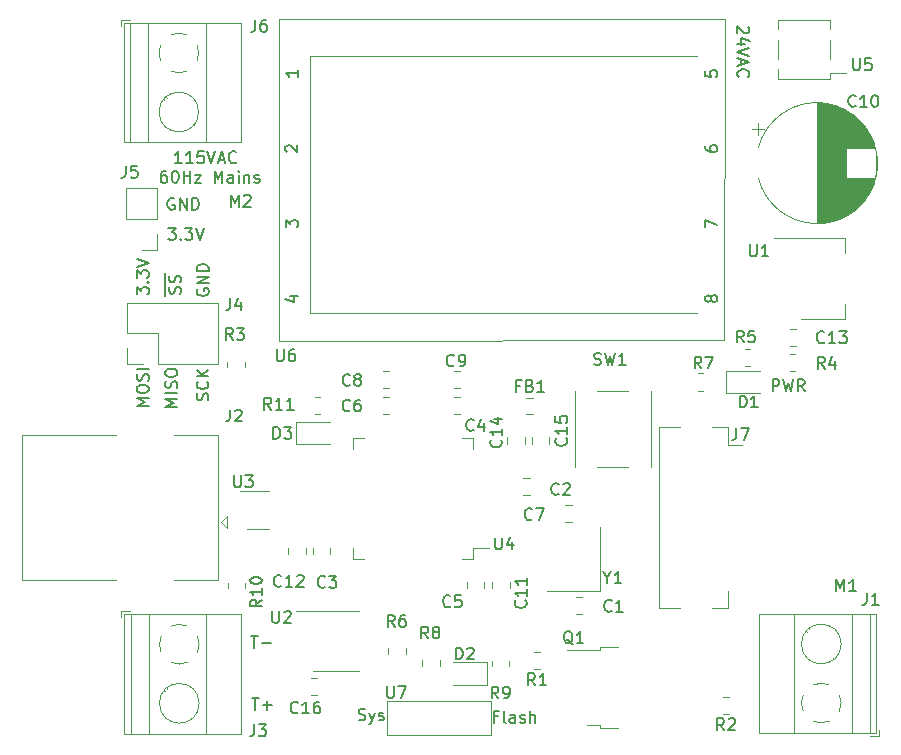
<source format=gbr>
%TF.GenerationSoftware,KiCad,Pcbnew,5.1.12-84ad8e8a86~92~ubuntu20.04.1*%
%TF.CreationDate,2022-03-06T20:42:48-06:00*%
%TF.ProjectId,Solder_Reflow_Oven_2.0,536f6c64-6572-45f5-9265-666c6f775f4f,rev?*%
%TF.SameCoordinates,Original*%
%TF.FileFunction,Legend,Top*%
%TF.FilePolarity,Positive*%
%FSLAX46Y46*%
G04 Gerber Fmt 4.6, Leading zero omitted, Abs format (unit mm)*
G04 Created by KiCad (PCBNEW 5.1.12-84ad8e8a86~92~ubuntu20.04.1) date 2022-03-06 20:42:48*
%MOMM*%
%LPD*%
G01*
G04 APERTURE LIST*
%ADD10C,0.150000*%
%ADD11C,0.120000*%
G04 APERTURE END LIST*
D10*
X92743280Y-74500052D02*
X92790900Y-74547671D01*
X92838519Y-74642909D01*
X92838519Y-74881004D01*
X92790900Y-74976242D01*
X92743280Y-75023861D01*
X92648042Y-75071480D01*
X92552804Y-75071480D01*
X92409947Y-75023861D01*
X91838519Y-74452433D01*
X91838519Y-75071480D01*
X92505185Y-75928623D02*
X91838519Y-75928623D01*
X92886138Y-75690528D02*
X92171852Y-75452433D01*
X92171852Y-76071480D01*
X92838519Y-76309576D02*
X91838519Y-76642909D01*
X92838519Y-76976242D01*
X92124233Y-77261957D02*
X92124233Y-77738147D01*
X91838519Y-77166719D02*
X92838519Y-77500052D01*
X91838519Y-77833385D01*
X91933757Y-78738147D02*
X91886138Y-78690528D01*
X91838519Y-78547671D01*
X91838519Y-78452433D01*
X91886138Y-78309576D01*
X91981376Y-78214338D01*
X92076614Y-78166719D01*
X92267090Y-78119100D01*
X92409947Y-78119100D01*
X92600423Y-78166719D01*
X92695661Y-78214338D01*
X92790900Y-78309576D01*
X92838519Y-78452433D01*
X92838519Y-78547671D01*
X92790900Y-78690528D01*
X92743280Y-78738147D01*
X94805666Y-105354380D02*
X94805666Y-104354380D01*
X95186619Y-104354380D01*
X95281857Y-104402000D01*
X95329476Y-104449619D01*
X95377095Y-104544857D01*
X95377095Y-104687714D01*
X95329476Y-104782952D01*
X95281857Y-104830571D01*
X95186619Y-104878190D01*
X94805666Y-104878190D01*
X95710428Y-104354380D02*
X95948523Y-105354380D01*
X96139000Y-104640095D01*
X96329476Y-105354380D01*
X96567571Y-104354380D01*
X97519952Y-105354380D02*
X97186619Y-104878190D01*
X96948523Y-105354380D02*
X96948523Y-104354380D01*
X97329476Y-104354380D01*
X97424714Y-104402000D01*
X97472333Y-104449619D01*
X97519952Y-104544857D01*
X97519952Y-104687714D01*
X97472333Y-104782952D01*
X97424714Y-104830571D01*
X97329476Y-104878190D01*
X96948523Y-104878190D01*
X71532928Y-132897571D02*
X71199595Y-132897571D01*
X71199595Y-133421380D02*
X71199595Y-132421380D01*
X71675785Y-132421380D01*
X72199595Y-133421380D02*
X72104357Y-133373761D01*
X72056738Y-133278523D01*
X72056738Y-132421380D01*
X73009119Y-133421380D02*
X73009119Y-132897571D01*
X72961500Y-132802333D01*
X72866261Y-132754714D01*
X72675785Y-132754714D01*
X72580547Y-132802333D01*
X73009119Y-133373761D02*
X72913880Y-133421380D01*
X72675785Y-133421380D01*
X72580547Y-133373761D01*
X72532928Y-133278523D01*
X72532928Y-133183285D01*
X72580547Y-133088047D01*
X72675785Y-133040428D01*
X72913880Y-133040428D01*
X73009119Y-132992809D01*
X73437690Y-133373761D02*
X73532928Y-133421380D01*
X73723404Y-133421380D01*
X73818642Y-133373761D01*
X73866261Y-133278523D01*
X73866261Y-133230904D01*
X73818642Y-133135666D01*
X73723404Y-133088047D01*
X73580547Y-133088047D01*
X73485309Y-133040428D01*
X73437690Y-132945190D01*
X73437690Y-132897571D01*
X73485309Y-132802333D01*
X73580547Y-132754714D01*
X73723404Y-132754714D01*
X73818642Y-132802333D01*
X74294833Y-133421380D02*
X74294833Y-132421380D01*
X74723404Y-133421380D02*
X74723404Y-132897571D01*
X74675785Y-132802333D01*
X74580547Y-132754714D01*
X74437690Y-132754714D01*
X74342452Y-132802333D01*
X74294833Y-132849952D01*
X59761571Y-133183261D02*
X59904428Y-133230880D01*
X60142523Y-133230880D01*
X60237761Y-133183261D01*
X60285380Y-133135642D01*
X60333000Y-133040404D01*
X60333000Y-132945166D01*
X60285380Y-132849928D01*
X60237761Y-132802309D01*
X60142523Y-132754690D01*
X59952047Y-132707071D01*
X59856809Y-132659452D01*
X59809190Y-132611833D01*
X59761571Y-132516595D01*
X59761571Y-132421357D01*
X59809190Y-132326119D01*
X59856809Y-132278500D01*
X59952047Y-132230880D01*
X60190142Y-132230880D01*
X60333000Y-132278500D01*
X60666333Y-132564214D02*
X60904428Y-133230880D01*
X61142523Y-132564214D02*
X60904428Y-133230880D01*
X60809190Y-133468976D01*
X60761571Y-133516595D01*
X60666333Y-133564214D01*
X61475857Y-133183261D02*
X61571095Y-133230880D01*
X61761571Y-133230880D01*
X61856809Y-133183261D01*
X61904428Y-133088023D01*
X61904428Y-133040404D01*
X61856809Y-132945166D01*
X61761571Y-132897547D01*
X61618714Y-132897547D01*
X61523476Y-132849928D01*
X61475857Y-132754690D01*
X61475857Y-132707071D01*
X61523476Y-132611833D01*
X61618714Y-132564214D01*
X61761571Y-132564214D01*
X61856809Y-132611833D01*
X50657238Y-126071380D02*
X51228666Y-126071380D01*
X50942952Y-127071380D02*
X50942952Y-126071380D01*
X51562000Y-126690428D02*
X52323904Y-126690428D01*
X50720738Y-131341880D02*
X51292166Y-131341880D01*
X51006452Y-132341880D02*
X51006452Y-131341880D01*
X51625500Y-131960928D02*
X52387404Y-131960928D01*
X52006452Y-132341880D02*
X52006452Y-131579976D01*
X44775738Y-86050880D02*
X44204309Y-86050880D01*
X44490023Y-86050880D02*
X44490023Y-85050880D01*
X44394785Y-85193738D01*
X44299547Y-85288976D01*
X44204309Y-85336595D01*
X45728119Y-86050880D02*
X45156690Y-86050880D01*
X45442404Y-86050880D02*
X45442404Y-85050880D01*
X45347166Y-85193738D01*
X45251928Y-85288976D01*
X45156690Y-85336595D01*
X46632880Y-85050880D02*
X46156690Y-85050880D01*
X46109071Y-85527071D01*
X46156690Y-85479452D01*
X46251928Y-85431833D01*
X46490023Y-85431833D01*
X46585261Y-85479452D01*
X46632880Y-85527071D01*
X46680500Y-85622309D01*
X46680500Y-85860404D01*
X46632880Y-85955642D01*
X46585261Y-86003261D01*
X46490023Y-86050880D01*
X46251928Y-86050880D01*
X46156690Y-86003261D01*
X46109071Y-85955642D01*
X46966214Y-85050880D02*
X47299547Y-86050880D01*
X47632880Y-85050880D01*
X47918595Y-85765166D02*
X48394785Y-85765166D01*
X47823357Y-86050880D02*
X48156690Y-85050880D01*
X48490023Y-86050880D01*
X49394785Y-85955642D02*
X49347166Y-86003261D01*
X49204309Y-86050880D01*
X49109071Y-86050880D01*
X48966214Y-86003261D01*
X48870976Y-85908023D01*
X48823357Y-85812785D01*
X48775738Y-85622309D01*
X48775738Y-85479452D01*
X48823357Y-85288976D01*
X48870976Y-85193738D01*
X48966214Y-85098500D01*
X49109071Y-85050880D01*
X49204309Y-85050880D01*
X49347166Y-85098500D01*
X49394785Y-85146119D01*
X43466214Y-86700880D02*
X43275738Y-86700880D01*
X43180500Y-86748500D01*
X43132880Y-86796119D01*
X43037642Y-86938976D01*
X42990023Y-87129452D01*
X42990023Y-87510404D01*
X43037642Y-87605642D01*
X43085261Y-87653261D01*
X43180500Y-87700880D01*
X43370976Y-87700880D01*
X43466214Y-87653261D01*
X43513833Y-87605642D01*
X43561452Y-87510404D01*
X43561452Y-87272309D01*
X43513833Y-87177071D01*
X43466214Y-87129452D01*
X43370976Y-87081833D01*
X43180500Y-87081833D01*
X43085261Y-87129452D01*
X43037642Y-87177071D01*
X42990023Y-87272309D01*
X44180500Y-86700880D02*
X44275738Y-86700880D01*
X44370976Y-86748500D01*
X44418595Y-86796119D01*
X44466214Y-86891357D01*
X44513833Y-87081833D01*
X44513833Y-87319928D01*
X44466214Y-87510404D01*
X44418595Y-87605642D01*
X44370976Y-87653261D01*
X44275738Y-87700880D01*
X44180500Y-87700880D01*
X44085261Y-87653261D01*
X44037642Y-87605642D01*
X43990023Y-87510404D01*
X43942404Y-87319928D01*
X43942404Y-87081833D01*
X43990023Y-86891357D01*
X44037642Y-86796119D01*
X44085261Y-86748500D01*
X44180500Y-86700880D01*
X44942404Y-87700880D02*
X44942404Y-86700880D01*
X44942404Y-87177071D02*
X45513833Y-87177071D01*
X45513833Y-87700880D02*
X45513833Y-86700880D01*
X45894785Y-87034214D02*
X46418595Y-87034214D01*
X45894785Y-87700880D01*
X46418595Y-87700880D01*
X47561452Y-87700880D02*
X47561452Y-86700880D01*
X47894785Y-87415166D01*
X48228119Y-86700880D01*
X48228119Y-87700880D01*
X49132880Y-87700880D02*
X49132880Y-87177071D01*
X49085261Y-87081833D01*
X48990023Y-87034214D01*
X48799547Y-87034214D01*
X48704309Y-87081833D01*
X49132880Y-87653261D02*
X49037642Y-87700880D01*
X48799547Y-87700880D01*
X48704309Y-87653261D01*
X48656690Y-87558023D01*
X48656690Y-87462785D01*
X48704309Y-87367547D01*
X48799547Y-87319928D01*
X49037642Y-87319928D01*
X49132880Y-87272309D01*
X49609071Y-87700880D02*
X49609071Y-87034214D01*
X49609071Y-86700880D02*
X49561452Y-86748500D01*
X49609071Y-86796119D01*
X49656690Y-86748500D01*
X49609071Y-86700880D01*
X49609071Y-86796119D01*
X50085261Y-87034214D02*
X50085261Y-87700880D01*
X50085261Y-87129452D02*
X50132880Y-87081833D01*
X50228119Y-87034214D01*
X50370976Y-87034214D01*
X50466214Y-87081833D01*
X50513833Y-87177071D01*
X50513833Y-87700880D01*
X50942404Y-87653261D02*
X51037642Y-87700880D01*
X51228119Y-87700880D01*
X51323357Y-87653261D01*
X51370976Y-87558023D01*
X51370976Y-87510404D01*
X51323357Y-87415166D01*
X51228119Y-87367547D01*
X51085261Y-87367547D01*
X50990023Y-87319928D01*
X50942404Y-87224690D01*
X50942404Y-87177071D01*
X50990023Y-87081833D01*
X51085261Y-87034214D01*
X51228119Y-87034214D01*
X51323357Y-87081833D01*
X43646909Y-91540080D02*
X44265957Y-91540080D01*
X43932623Y-91921033D01*
X44075480Y-91921033D01*
X44170719Y-91968652D01*
X44218338Y-92016271D01*
X44265957Y-92111509D01*
X44265957Y-92349604D01*
X44218338Y-92444842D01*
X44170719Y-92492461D01*
X44075480Y-92540080D01*
X43789766Y-92540080D01*
X43694528Y-92492461D01*
X43646909Y-92444842D01*
X44694528Y-92444842D02*
X44742147Y-92492461D01*
X44694528Y-92540080D01*
X44646909Y-92492461D01*
X44694528Y-92444842D01*
X44694528Y-92540080D01*
X45075480Y-91540080D02*
X45694528Y-91540080D01*
X45361195Y-91921033D01*
X45504052Y-91921033D01*
X45599290Y-91968652D01*
X45646909Y-92016271D01*
X45694528Y-92111509D01*
X45694528Y-92349604D01*
X45646909Y-92444842D01*
X45599290Y-92492461D01*
X45504052Y-92540080D01*
X45218338Y-92540080D01*
X45123100Y-92492461D01*
X45075480Y-92444842D01*
X45980242Y-91540080D02*
X46313576Y-92540080D01*
X46646909Y-91540080D01*
X44145295Y-89035000D02*
X44050057Y-88987380D01*
X43907200Y-88987380D01*
X43764342Y-89035000D01*
X43669104Y-89130238D01*
X43621485Y-89225476D01*
X43573866Y-89415952D01*
X43573866Y-89558809D01*
X43621485Y-89749285D01*
X43669104Y-89844523D01*
X43764342Y-89939761D01*
X43907200Y-89987380D01*
X44002438Y-89987380D01*
X44145295Y-89939761D01*
X44192914Y-89892142D01*
X44192914Y-89558809D01*
X44002438Y-89558809D01*
X44621485Y-89987380D02*
X44621485Y-88987380D01*
X45192914Y-89987380D01*
X45192914Y-88987380D01*
X45669104Y-89987380D02*
X45669104Y-88987380D01*
X45907200Y-88987380D01*
X46050057Y-89035000D01*
X46145295Y-89130238D01*
X46192914Y-89225476D01*
X46240533Y-89415952D01*
X46240533Y-89558809D01*
X46192914Y-89749285D01*
X46145295Y-89844523D01*
X46050057Y-89939761D01*
X45907200Y-89987380D01*
X45669104Y-89987380D01*
X40981380Y-97170690D02*
X40981380Y-96551642D01*
X41362333Y-96884976D01*
X41362333Y-96742119D01*
X41409952Y-96646880D01*
X41457571Y-96599261D01*
X41552809Y-96551642D01*
X41790904Y-96551642D01*
X41886142Y-96599261D01*
X41933761Y-96646880D01*
X41981380Y-96742119D01*
X41981380Y-97027833D01*
X41933761Y-97123071D01*
X41886142Y-97170690D01*
X41886142Y-96123071D02*
X41933761Y-96075452D01*
X41981380Y-96123071D01*
X41933761Y-96170690D01*
X41886142Y-96123071D01*
X41981380Y-96123071D01*
X40981380Y-95742119D02*
X40981380Y-95123071D01*
X41362333Y-95456404D01*
X41362333Y-95313547D01*
X41409952Y-95218309D01*
X41457571Y-95170690D01*
X41552809Y-95123071D01*
X41790904Y-95123071D01*
X41886142Y-95170690D01*
X41933761Y-95218309D01*
X41981380Y-95313547D01*
X41981380Y-95599261D01*
X41933761Y-95694500D01*
X41886142Y-95742119D01*
X40981380Y-94837357D02*
X41981380Y-94504023D01*
X40981380Y-94170690D01*
X43344500Y-97281880D02*
X43344500Y-96329500D01*
X44664261Y-97091404D02*
X44711880Y-96948547D01*
X44711880Y-96710452D01*
X44664261Y-96615214D01*
X44616642Y-96567595D01*
X44521404Y-96519976D01*
X44426166Y-96519976D01*
X44330928Y-96567595D01*
X44283309Y-96615214D01*
X44235690Y-96710452D01*
X44188071Y-96900928D01*
X44140452Y-96996166D01*
X44092833Y-97043785D01*
X43997595Y-97091404D01*
X43902357Y-97091404D01*
X43807119Y-97043785D01*
X43759500Y-96996166D01*
X43711880Y-96900928D01*
X43711880Y-96662833D01*
X43759500Y-96519976D01*
X43344500Y-96329500D02*
X43344500Y-95377119D01*
X44664261Y-96139023D02*
X44711880Y-95996166D01*
X44711880Y-95758071D01*
X44664261Y-95662833D01*
X44616642Y-95615214D01*
X44521404Y-95567595D01*
X44426166Y-95567595D01*
X44330928Y-95615214D01*
X44283309Y-95662833D01*
X44235690Y-95758071D01*
X44188071Y-95948547D01*
X44140452Y-96043785D01*
X44092833Y-96091404D01*
X43997595Y-96139023D01*
X43902357Y-96139023D01*
X43807119Y-96091404D01*
X43759500Y-96043785D01*
X43711880Y-95948547D01*
X43711880Y-95710452D01*
X43759500Y-95567595D01*
X46109000Y-96710404D02*
X46061380Y-96805642D01*
X46061380Y-96948500D01*
X46109000Y-97091357D01*
X46204238Y-97186595D01*
X46299476Y-97234214D01*
X46489952Y-97281833D01*
X46632809Y-97281833D01*
X46823285Y-97234214D01*
X46918523Y-97186595D01*
X47013761Y-97091357D01*
X47061380Y-96948500D01*
X47061380Y-96853261D01*
X47013761Y-96710404D01*
X46966142Y-96662785D01*
X46632809Y-96662785D01*
X46632809Y-96853261D01*
X47061380Y-96234214D02*
X46061380Y-96234214D01*
X47061380Y-95662785D01*
X46061380Y-95662785D01*
X47061380Y-95186595D02*
X46061380Y-95186595D01*
X46061380Y-94948500D01*
X46109000Y-94805642D01*
X46204238Y-94710404D01*
X46299476Y-94662785D01*
X46489952Y-94615166D01*
X46632809Y-94615166D01*
X46823285Y-94662785D01*
X46918523Y-94710404D01*
X47013761Y-94805642D01*
X47061380Y-94948500D01*
X47061380Y-95186595D01*
X46988361Y-106111514D02*
X47035980Y-105968657D01*
X47035980Y-105730561D01*
X46988361Y-105635323D01*
X46940742Y-105587704D01*
X46845504Y-105540085D01*
X46750266Y-105540085D01*
X46655028Y-105587704D01*
X46607409Y-105635323D01*
X46559790Y-105730561D01*
X46512171Y-105921038D01*
X46464552Y-106016276D01*
X46416933Y-106063895D01*
X46321695Y-106111514D01*
X46226457Y-106111514D01*
X46131219Y-106063895D01*
X46083600Y-106016276D01*
X46035980Y-105921038D01*
X46035980Y-105682942D01*
X46083600Y-105540085D01*
X46940742Y-104540085D02*
X46988361Y-104587704D01*
X47035980Y-104730561D01*
X47035980Y-104825800D01*
X46988361Y-104968657D01*
X46893123Y-105063895D01*
X46797885Y-105111514D01*
X46607409Y-105159133D01*
X46464552Y-105159133D01*
X46274076Y-105111514D01*
X46178838Y-105063895D01*
X46083600Y-104968657D01*
X46035980Y-104825800D01*
X46035980Y-104730561D01*
X46083600Y-104587704D01*
X46131219Y-104540085D01*
X47035980Y-104111514D02*
X46035980Y-104111514D01*
X47035980Y-103540085D02*
X46464552Y-103968657D01*
X46035980Y-103540085D02*
X46607409Y-104111514D01*
X44394380Y-106663928D02*
X43394380Y-106663928D01*
X44108666Y-106330595D01*
X43394380Y-105997261D01*
X44394380Y-105997261D01*
X44394380Y-105521071D02*
X43394380Y-105521071D01*
X44346761Y-105092500D02*
X44394380Y-104949642D01*
X44394380Y-104711547D01*
X44346761Y-104616309D01*
X44299142Y-104568690D01*
X44203904Y-104521071D01*
X44108666Y-104521071D01*
X44013428Y-104568690D01*
X43965809Y-104616309D01*
X43918190Y-104711547D01*
X43870571Y-104902023D01*
X43822952Y-104997261D01*
X43775333Y-105044880D01*
X43680095Y-105092500D01*
X43584857Y-105092500D01*
X43489619Y-105044880D01*
X43442000Y-104997261D01*
X43394380Y-104902023D01*
X43394380Y-104663928D01*
X43442000Y-104521071D01*
X43394380Y-103902023D02*
X43394380Y-103711547D01*
X43442000Y-103616309D01*
X43537238Y-103521071D01*
X43727714Y-103473452D01*
X44061047Y-103473452D01*
X44251523Y-103521071D01*
X44346761Y-103616309D01*
X44394380Y-103711547D01*
X44394380Y-103902023D01*
X44346761Y-103997261D01*
X44251523Y-104092500D01*
X44061047Y-104140119D01*
X43727714Y-104140119D01*
X43537238Y-104092500D01*
X43442000Y-103997261D01*
X43394380Y-103902023D01*
X41981380Y-106600428D02*
X40981380Y-106600428D01*
X41695666Y-106267095D01*
X40981380Y-105933761D01*
X41981380Y-105933761D01*
X40981380Y-105267095D02*
X40981380Y-105076619D01*
X41029000Y-104981380D01*
X41124238Y-104886142D01*
X41314714Y-104838523D01*
X41648047Y-104838523D01*
X41838523Y-104886142D01*
X41933761Y-104981380D01*
X41981380Y-105076619D01*
X41981380Y-105267095D01*
X41933761Y-105362333D01*
X41838523Y-105457571D01*
X41648047Y-105505190D01*
X41314714Y-105505190D01*
X41124238Y-105457571D01*
X41029000Y-105362333D01*
X40981380Y-105267095D01*
X41933761Y-104457571D02*
X41981380Y-104314714D01*
X41981380Y-104076619D01*
X41933761Y-103981380D01*
X41886142Y-103933761D01*
X41790904Y-103886142D01*
X41695666Y-103886142D01*
X41600428Y-103933761D01*
X41552809Y-103981380D01*
X41505190Y-104076619D01*
X41457571Y-104267095D01*
X41409952Y-104362333D01*
X41362333Y-104409952D01*
X41267095Y-104457571D01*
X41171857Y-104457571D01*
X41076619Y-104409952D01*
X41029000Y-104362333D01*
X40981380Y-104267095D01*
X40981380Y-104029000D01*
X41029000Y-103886142D01*
X41981380Y-103457571D02*
X40981380Y-103457571D01*
D11*
%TO.C,C1*%
X78683752Y-122772500D02*
X78161248Y-122772500D01*
X78683752Y-124242500D02*
X78161248Y-124242500D01*
%TO.C,C2*%
X73716248Y-114146000D02*
X74238752Y-114146000D01*
X73716248Y-112676000D02*
X74238752Y-112676000D01*
%TO.C,C4*%
X67810748Y-107288000D02*
X68333252Y-107288000D01*
X67810748Y-105818000D02*
X68333252Y-105818000D01*
%TO.C,C5*%
X68924500Y-121531748D02*
X68924500Y-122054252D01*
X70394500Y-121531748D02*
X70394500Y-122054252D01*
%TO.C,C6*%
X61841748Y-107288000D02*
X62364252Y-107288000D01*
X61841748Y-105818000D02*
X62364252Y-105818000D01*
%TO.C,C7*%
X77794752Y-114962000D02*
X77272248Y-114962000D01*
X77794752Y-116432000D02*
X77272248Y-116432000D01*
%TO.C,C8*%
X61841748Y-105129000D02*
X62364252Y-105129000D01*
X61841748Y-103659000D02*
X62364252Y-103659000D01*
%TO.C,C9*%
X67810748Y-105129000D02*
X68333252Y-105129000D01*
X67810748Y-103659000D02*
X68333252Y-103659000D01*
%TO.C,C11*%
X71083500Y-121510248D02*
X71083500Y-122032752D01*
X72553500Y-121510248D02*
X72553500Y-122032752D01*
%TO.C,C12*%
X55281500Y-119133252D02*
X55281500Y-118610748D01*
X53811500Y-119133252D02*
X53811500Y-118610748D01*
%TO.C,C13*%
X96781252Y-100103000D02*
X96258748Y-100103000D01*
X96781252Y-101573000D02*
X96258748Y-101573000D01*
%TO.C,C14*%
X72353500Y-109276248D02*
X72353500Y-109798752D01*
X73823500Y-109276248D02*
X73823500Y-109798752D01*
%TO.C,C15*%
X74449000Y-109276248D02*
X74449000Y-109798752D01*
X75919000Y-109276248D02*
X75919000Y-109798752D01*
%TO.C,C16*%
X55745748Y-131100500D02*
X56268252Y-131100500D01*
X55745748Y-129630500D02*
X56268252Y-129630500D01*
%TO.C,C3*%
X57377000Y-119133252D02*
X57377000Y-118610748D01*
X55907000Y-119133252D02*
X55907000Y-118610748D01*
%TO.C,C10*%
X93575854Y-82667500D02*
X93575854Y-83667500D01*
X93075854Y-83167500D02*
X94075854Y-83167500D01*
X103636500Y-85443500D02*
X103636500Y-86641500D01*
X103596500Y-85180500D02*
X103596500Y-86904500D01*
X103556500Y-84980500D02*
X103556500Y-87104500D01*
X103476500Y-87283500D02*
X103476500Y-87420500D01*
X103476500Y-84664500D02*
X103476500Y-84801500D01*
X103436500Y-87283500D02*
X103436500Y-87552500D01*
X103436500Y-84532500D02*
X103436500Y-84801500D01*
X103396500Y-87283500D02*
X103396500Y-87672500D01*
X103396500Y-84412500D02*
X103396500Y-84801500D01*
X103356500Y-87283500D02*
X103356500Y-87784500D01*
X103356500Y-84300500D02*
X103356500Y-84801500D01*
X103316500Y-87283500D02*
X103316500Y-87888500D01*
X103316500Y-84196500D02*
X103316500Y-84801500D01*
X103276500Y-87283500D02*
X103276500Y-87986500D01*
X103276500Y-84098500D02*
X103276500Y-84801500D01*
X103236500Y-87283500D02*
X103236500Y-88079500D01*
X103236500Y-84005500D02*
X103236500Y-84801500D01*
X103196500Y-87283500D02*
X103196500Y-88167500D01*
X103196500Y-83917500D02*
X103196500Y-84801500D01*
X103156500Y-87283500D02*
X103156500Y-88251500D01*
X103156500Y-83833500D02*
X103156500Y-84801500D01*
X103116500Y-87283500D02*
X103116500Y-88331500D01*
X103116500Y-83753500D02*
X103116500Y-84801500D01*
X103076500Y-87283500D02*
X103076500Y-88407500D01*
X103076500Y-83677500D02*
X103076500Y-84801500D01*
X103036500Y-87283500D02*
X103036500Y-88481500D01*
X103036500Y-83603500D02*
X103036500Y-84801500D01*
X102996500Y-87283500D02*
X102996500Y-88552500D01*
X102996500Y-83532500D02*
X102996500Y-84801500D01*
X102956500Y-87283500D02*
X102956500Y-88621500D01*
X102956500Y-83463500D02*
X102956500Y-84801500D01*
X102916500Y-87283500D02*
X102916500Y-88687500D01*
X102916500Y-83397500D02*
X102916500Y-84801500D01*
X102876500Y-87283500D02*
X102876500Y-88751500D01*
X102876500Y-83333500D02*
X102876500Y-84801500D01*
X102836500Y-87283500D02*
X102836500Y-88812500D01*
X102836500Y-83272500D02*
X102836500Y-84801500D01*
X102796500Y-87283500D02*
X102796500Y-88872500D01*
X102796500Y-83212500D02*
X102796500Y-84801500D01*
X102756500Y-87283500D02*
X102756500Y-88931500D01*
X102756500Y-83153500D02*
X102756500Y-84801500D01*
X102716500Y-87283500D02*
X102716500Y-88987500D01*
X102716500Y-83097500D02*
X102716500Y-84801500D01*
X102676500Y-87283500D02*
X102676500Y-89042500D01*
X102676500Y-83042500D02*
X102676500Y-84801500D01*
X102636500Y-87283500D02*
X102636500Y-89096500D01*
X102636500Y-82988500D02*
X102636500Y-84801500D01*
X102596500Y-87283500D02*
X102596500Y-89148500D01*
X102596500Y-82936500D02*
X102596500Y-84801500D01*
X102556500Y-87283500D02*
X102556500Y-89198500D01*
X102556500Y-82886500D02*
X102556500Y-84801500D01*
X102516500Y-87283500D02*
X102516500Y-89248500D01*
X102516500Y-82836500D02*
X102516500Y-84801500D01*
X102476500Y-87283500D02*
X102476500Y-89296500D01*
X102476500Y-82788500D02*
X102476500Y-84801500D01*
X102436500Y-87283500D02*
X102436500Y-89343500D01*
X102436500Y-82741500D02*
X102436500Y-84801500D01*
X102396500Y-87283500D02*
X102396500Y-89389500D01*
X102396500Y-82695500D02*
X102396500Y-84801500D01*
X102356500Y-87283500D02*
X102356500Y-89434500D01*
X102356500Y-82650500D02*
X102356500Y-84801500D01*
X102316500Y-87283500D02*
X102316500Y-89478500D01*
X102316500Y-82606500D02*
X102316500Y-84801500D01*
X102276500Y-87283500D02*
X102276500Y-89520500D01*
X102276500Y-82564500D02*
X102276500Y-84801500D01*
X102236500Y-87283500D02*
X102236500Y-89562500D01*
X102236500Y-82522500D02*
X102236500Y-84801500D01*
X102196500Y-87283500D02*
X102196500Y-89603500D01*
X102196500Y-82481500D02*
X102196500Y-84801500D01*
X102156500Y-87283500D02*
X102156500Y-89643500D01*
X102156500Y-82441500D02*
X102156500Y-84801500D01*
X102116500Y-87283500D02*
X102116500Y-89682500D01*
X102116500Y-82402500D02*
X102116500Y-84801500D01*
X102076500Y-87283500D02*
X102076500Y-89721500D01*
X102076500Y-82363500D02*
X102076500Y-84801500D01*
X102036500Y-87283500D02*
X102036500Y-89758500D01*
X102036500Y-82326500D02*
X102036500Y-84801500D01*
X101996500Y-87283500D02*
X101996500Y-89795500D01*
X101996500Y-82289500D02*
X101996500Y-84801500D01*
X101956500Y-87283500D02*
X101956500Y-89831500D01*
X101956500Y-82253500D02*
X101956500Y-84801500D01*
X101916500Y-87283500D02*
X101916500Y-89866500D01*
X101916500Y-82218500D02*
X101916500Y-84801500D01*
X101876500Y-87283500D02*
X101876500Y-89900500D01*
X101876500Y-82184500D02*
X101876500Y-84801500D01*
X101836500Y-87283500D02*
X101836500Y-89934500D01*
X101836500Y-82150500D02*
X101836500Y-84801500D01*
X101796500Y-87283500D02*
X101796500Y-89967500D01*
X101796500Y-82117500D02*
X101796500Y-84801500D01*
X101756500Y-87283500D02*
X101756500Y-89999500D01*
X101756500Y-82085500D02*
X101756500Y-84801500D01*
X101716500Y-87283500D02*
X101716500Y-90031500D01*
X101716500Y-82053500D02*
X101716500Y-84801500D01*
X101676500Y-87283500D02*
X101676500Y-90062500D01*
X101676500Y-82022500D02*
X101676500Y-84801500D01*
X101636500Y-87283500D02*
X101636500Y-90092500D01*
X101636500Y-81992500D02*
X101636500Y-84801500D01*
X101596500Y-87283500D02*
X101596500Y-90122500D01*
X101596500Y-81962500D02*
X101596500Y-84801500D01*
X101556500Y-87283500D02*
X101556500Y-90152500D01*
X101556500Y-81932500D02*
X101556500Y-84801500D01*
X101516500Y-87283500D02*
X101516500Y-90180500D01*
X101516500Y-81904500D02*
X101516500Y-84801500D01*
X101476500Y-87283500D02*
X101476500Y-90208500D01*
X101476500Y-81876500D02*
X101476500Y-84801500D01*
X101436500Y-87283500D02*
X101436500Y-90236500D01*
X101436500Y-81848500D02*
X101436500Y-84801500D01*
X101396500Y-87283500D02*
X101396500Y-90263500D01*
X101396500Y-81821500D02*
X101396500Y-84801500D01*
X101356500Y-87283500D02*
X101356500Y-90289500D01*
X101356500Y-81795500D02*
X101356500Y-84801500D01*
X101316500Y-87283500D02*
X101316500Y-90315500D01*
X101316500Y-81769500D02*
X101316500Y-84801500D01*
X101276500Y-87283500D02*
X101276500Y-90340500D01*
X101276500Y-81744500D02*
X101276500Y-84801500D01*
X101236500Y-87283500D02*
X101236500Y-90365500D01*
X101236500Y-81719500D02*
X101236500Y-84801500D01*
X101196500Y-87283500D02*
X101196500Y-90389500D01*
X101196500Y-81695500D02*
X101196500Y-84801500D01*
X101156500Y-87283500D02*
X101156500Y-90413500D01*
X101156500Y-81671500D02*
X101156500Y-84801500D01*
X101116500Y-87283500D02*
X101116500Y-90437500D01*
X101116500Y-81647500D02*
X101116500Y-84801500D01*
X101076500Y-87283500D02*
X101076500Y-90459500D01*
X101076500Y-81625500D02*
X101076500Y-84801500D01*
X101036500Y-81602500D02*
X101036500Y-90482500D01*
X100996500Y-81580500D02*
X100996500Y-90504500D01*
X100956500Y-81559500D02*
X100956500Y-90525500D01*
X100916500Y-81538500D02*
X100916500Y-90546500D01*
X100876500Y-81517500D02*
X100876500Y-90567500D01*
X100836500Y-81497500D02*
X100836500Y-90587500D01*
X100796500Y-81478500D02*
X100796500Y-90606500D01*
X100756500Y-81458500D02*
X100756500Y-90626500D01*
X100716500Y-81439500D02*
X100716500Y-90645500D01*
X100676500Y-81421500D02*
X100676500Y-90663500D01*
X100636500Y-81403500D02*
X100636500Y-90681500D01*
X100596500Y-81385500D02*
X100596500Y-90699500D01*
X100556500Y-81368500D02*
X100556500Y-90716500D01*
X100516500Y-81352500D02*
X100516500Y-90732500D01*
X100476500Y-81335500D02*
X100476500Y-90749500D01*
X100436500Y-81319500D02*
X100436500Y-90765500D01*
X100396500Y-81304500D02*
X100396500Y-90780500D01*
X100356500Y-81288500D02*
X100356500Y-90796500D01*
X100316500Y-81274500D02*
X100316500Y-90810500D01*
X100276500Y-81259500D02*
X100276500Y-90825500D01*
X100236500Y-81245500D02*
X100236500Y-90839500D01*
X100196500Y-81231500D02*
X100196500Y-90853500D01*
X100156500Y-81218500D02*
X100156500Y-90866500D01*
X100116500Y-81205500D02*
X100116500Y-90879500D01*
X100076500Y-81192500D02*
X100076500Y-90892500D01*
X100036500Y-81180500D02*
X100036500Y-90904500D01*
X99996500Y-81168500D02*
X99996500Y-90916500D01*
X99956500Y-81157500D02*
X99956500Y-90927500D01*
X99916500Y-81145500D02*
X99916500Y-90939500D01*
X99876500Y-81135500D02*
X99876500Y-90949500D01*
X99836500Y-81124500D02*
X99836500Y-90960500D01*
X99796500Y-81114500D02*
X99796500Y-90970500D01*
X99756500Y-81104500D02*
X99756500Y-90980500D01*
X99716500Y-81095500D02*
X99716500Y-90989500D01*
X99676500Y-81086500D02*
X99676500Y-90998500D01*
X99636500Y-81077500D02*
X99636500Y-91007500D01*
X99596500Y-81068500D02*
X99596500Y-91016500D01*
X99556500Y-81060500D02*
X99556500Y-91024500D01*
X99516500Y-81052500D02*
X99516500Y-91032500D01*
X99476500Y-81045500D02*
X99476500Y-91039500D01*
X99436500Y-81038500D02*
X99436500Y-91046500D01*
X99396500Y-81031500D02*
X99396500Y-91053500D01*
X99356500Y-81024500D02*
X99356500Y-91060500D01*
X99316500Y-81018500D02*
X99316500Y-91066500D01*
X99276500Y-81012500D02*
X99276500Y-91072500D01*
X99235500Y-81007500D02*
X99235500Y-91077500D01*
X99195500Y-81002500D02*
X99195500Y-91082500D01*
X99155500Y-80997500D02*
X99155500Y-91087500D01*
X99115500Y-80992500D02*
X99115500Y-91092500D01*
X99075500Y-80988500D02*
X99075500Y-91096500D01*
X99035500Y-80984500D02*
X99035500Y-91100500D01*
X98995500Y-80980500D02*
X98995500Y-91104500D01*
X98955500Y-80977500D02*
X98955500Y-91107500D01*
X98915500Y-80974500D02*
X98915500Y-91110500D01*
X98875500Y-80972500D02*
X98875500Y-91112500D01*
X98835500Y-80969500D02*
X98835500Y-91115500D01*
X98795500Y-80967500D02*
X98795500Y-91117500D01*
X98755500Y-80965500D02*
X98755500Y-91119500D01*
X98715500Y-80964500D02*
X98715500Y-91120500D01*
X98675500Y-80963500D02*
X98675500Y-91121500D01*
X98635500Y-80962500D02*
X98635500Y-91122500D01*
X98595500Y-80962500D02*
X98595500Y-91122500D01*
X98555500Y-80962500D02*
X98555500Y-91122500D01*
X93592960Y-87302500D02*
G75*
G03*
X93592960Y-84782500I4962540J1260000D01*
G01*
%TO.C,U4*%
X69486300Y-118599700D02*
X70826300Y-118599700D01*
X69486300Y-119549700D02*
X69486300Y-118599700D01*
X68536300Y-119549700D02*
X69486300Y-119549700D01*
X59266300Y-119549700D02*
X59266300Y-118599700D01*
X60216300Y-119549700D02*
X59266300Y-119549700D01*
X69486300Y-109329700D02*
X69486300Y-110279700D01*
X68536300Y-109329700D02*
X69486300Y-109329700D01*
X59266300Y-109329700D02*
X59266300Y-110279700D01*
X60216300Y-109329700D02*
X59266300Y-109329700D01*
%TO.C,U2*%
X57873900Y-123944700D02*
X54423900Y-123944700D01*
X57873900Y-123944700D02*
X59823900Y-123944700D01*
X57873900Y-129064700D02*
X55923900Y-129064700D01*
X57873900Y-129064700D02*
X59823900Y-129064700D01*
%TO.C,J7*%
X91025500Y-109918000D02*
X92225500Y-109918000D01*
X85225500Y-123728000D02*
X86965500Y-123728000D01*
X85225500Y-108428000D02*
X85225500Y-123728000D01*
X86965500Y-108428000D02*
X85225500Y-108428000D01*
X91025500Y-123728000D02*
X89685500Y-123728000D01*
X91025500Y-122238000D02*
X91025500Y-123728000D01*
X91025500Y-108428000D02*
X89685500Y-108428000D01*
X91025500Y-109918000D02*
X91025500Y-108428000D01*
%TO.C,SW1*%
X84510000Y-111815000D02*
X84510000Y-105355000D01*
X79980000Y-111815000D02*
X82580000Y-111815000D01*
X78050000Y-111815000D02*
X78050000Y-105355000D01*
X79980000Y-105355000D02*
X82580000Y-105355000D01*
X78080000Y-111815000D02*
X78050000Y-111815000D01*
X84510000Y-111815000D02*
X84480000Y-111815000D01*
X84510000Y-105355000D02*
X84480000Y-105355000D01*
X78050000Y-105355000D02*
X78080000Y-105355000D01*
%TO.C,J1*%
X100613000Y-126762500D02*
G75*
G03*
X100613000Y-126762500I-1680000J0D01*
G01*
X103033000Y-134322500D02*
X103033000Y-124202500D01*
X101533000Y-134322500D02*
X101533000Y-124202500D01*
X96632000Y-134322500D02*
X96632000Y-124202500D01*
X93672000Y-134322500D02*
X93672000Y-124202500D01*
X103593000Y-134322500D02*
X103593000Y-124202500D01*
X93672000Y-134322500D02*
X103593000Y-134322500D01*
X93672000Y-124202500D02*
X103593000Y-124202500D01*
X97864000Y-125487500D02*
X97910000Y-125534500D01*
X100172000Y-127796500D02*
X100207000Y-127831500D01*
X97658000Y-125692500D02*
X97694000Y-125727500D01*
X99956000Y-127989500D02*
X100002000Y-128036500D01*
X103093000Y-134562500D02*
X103833000Y-134562500D01*
X103833000Y-134562500D02*
X103833000Y-134062500D01*
X100613253Y-131733695D02*
G75*
G02*
X100468000Y-132446500I-1680253J-28805D01*
G01*
X99616042Y-133297926D02*
G75*
G02*
X98249000Y-133297500I-683042J1535426D01*
G01*
X97397574Y-132445542D02*
G75*
G02*
X97398000Y-131078500I1535426J683042D01*
G01*
X98249958Y-130227074D02*
G75*
G02*
X99617000Y-130227500I683042J-1535426D01*
G01*
X100467756Y-131079182D02*
G75*
G02*
X100613000Y-131762500I-1534756J-683318D01*
G01*
%TO.C,J3*%
X39677000Y-123984100D02*
X39677000Y-124484100D01*
X40417000Y-123984100D02*
X39677000Y-123984100D01*
X43554000Y-130557100D02*
X43508000Y-130510100D01*
X45852000Y-132854100D02*
X45816000Y-132819100D01*
X43338000Y-130750100D02*
X43303000Y-130715100D01*
X45646000Y-133059100D02*
X45600000Y-133012100D01*
X49838000Y-134344100D02*
X39917000Y-134344100D01*
X49838000Y-124224100D02*
X39917000Y-124224100D01*
X39917000Y-124224100D02*
X39917000Y-134344100D01*
X49838000Y-124224100D02*
X49838000Y-134344100D01*
X46878000Y-124224100D02*
X46878000Y-134344100D01*
X41977000Y-124224100D02*
X41977000Y-134344100D01*
X40477000Y-124224100D02*
X40477000Y-134344100D01*
X46257000Y-131784100D02*
G75*
G03*
X46257000Y-131784100I-1680000J0D01*
G01*
X43042244Y-127467418D02*
G75*
G02*
X42897000Y-126784100I1534756J683318D01*
G01*
X45260042Y-128319526D02*
G75*
G02*
X43893000Y-128319100I-683042J1535426D01*
G01*
X46112426Y-126101058D02*
G75*
G02*
X46112000Y-127468100I-1535426J-683042D01*
G01*
X43893958Y-125248674D02*
G75*
G02*
X45261000Y-125249100I683042J-1535426D01*
G01*
X42896747Y-126812905D02*
G75*
G02*
X43042000Y-126100100I1680253J28805D01*
G01*
%TO.C,Q1*%
X80207000Y-133609000D02*
X79107000Y-133609000D01*
X80207000Y-133879000D02*
X80207000Y-133609000D01*
X81707000Y-133879000D02*
X80207000Y-133879000D01*
X80207000Y-127249000D02*
X77377000Y-127249000D01*
X80207000Y-126979000D02*
X80207000Y-127249000D01*
X81707000Y-126979000D02*
X80207000Y-126979000D01*
%TO.C,U3*%
X52144500Y-113833000D02*
X49694500Y-113833000D01*
X50344500Y-117053000D02*
X52144500Y-117053000D01*
%TO.C,U5*%
X99647100Y-73903200D02*
X99647100Y-74703200D01*
X95247100Y-73903200D02*
X99647100Y-73903200D01*
X95247100Y-74703200D02*
X95247100Y-73903200D01*
X95247100Y-78903200D02*
X99647100Y-78903200D01*
X95247100Y-78103200D02*
X95247100Y-78903200D01*
X99647100Y-77203200D02*
X99647100Y-75603200D01*
X95247100Y-77203200D02*
X95247100Y-75603200D01*
X99647100Y-78403200D02*
X101047100Y-78403200D01*
X99647100Y-78903200D02*
X99647100Y-78403200D01*
%TO.C,Y1*%
X80228000Y-122270500D02*
X80228000Y-116870500D01*
X75728000Y-122270500D02*
X80228000Y-122270500D01*
%TO.C,U1*%
X94960000Y-92411500D02*
X100970000Y-92411500D01*
X97210000Y-99231500D02*
X100970000Y-99231500D01*
X100970000Y-92411500D02*
X100970000Y-93671500D01*
X100970000Y-99231500D02*
X100970000Y-97971500D01*
%TO.C,J6*%
X39638900Y-73920700D02*
X39638900Y-74420700D01*
X40378900Y-73920700D02*
X39638900Y-73920700D01*
X43515900Y-80493700D02*
X43469900Y-80446700D01*
X45813900Y-82790700D02*
X45777900Y-82755700D01*
X43299900Y-80686700D02*
X43264900Y-80651700D01*
X45607900Y-82995700D02*
X45561900Y-82948700D01*
X49799900Y-84280700D02*
X39878900Y-84280700D01*
X49799900Y-74160700D02*
X39878900Y-74160700D01*
X39878900Y-74160700D02*
X39878900Y-84280700D01*
X49799900Y-74160700D02*
X49799900Y-84280700D01*
X46839900Y-74160700D02*
X46839900Y-84280700D01*
X41938900Y-74160700D02*
X41938900Y-84280700D01*
X40438900Y-74160700D02*
X40438900Y-84280700D01*
X46218900Y-81720700D02*
G75*
G03*
X46218900Y-81720700I-1680000J0D01*
G01*
X43004144Y-77404018D02*
G75*
G02*
X42858900Y-76720700I1534756J683318D01*
G01*
X45221942Y-78256126D02*
G75*
G02*
X43854900Y-78255700I-683042J1535426D01*
G01*
X46074326Y-76037658D02*
G75*
G02*
X46073900Y-77404700I-1535426J-683042D01*
G01*
X43855858Y-75185274D02*
G75*
G02*
X45222900Y-75185700I683042J-1535426D01*
G01*
X42858647Y-76749505D02*
G75*
G02*
X43003900Y-76036700I1680253J28805D01*
G01*
%TO.C,U6*%
X55654700Y-82460600D02*
X55654700Y-79960600D01*
X55654700Y-76960600D02*
X88404700Y-76960600D01*
X55654700Y-94460600D02*
X55654700Y-94960600D01*
X55654700Y-98780600D02*
X88404700Y-98780600D01*
X55654700Y-76960600D02*
X55654700Y-98780600D01*
X90754200Y-73840600D02*
X90690700Y-101066600D01*
X90754200Y-73840600D02*
X53034700Y-73840600D01*
X53034700Y-101130100D02*
X90627200Y-101066600D01*
X53034700Y-101130100D02*
X53034700Y-73840600D01*
%TO.C,U7*%
X62166500Y-134429500D02*
X62166500Y-131572000D01*
X70929500Y-134429500D02*
X62166500Y-134429500D01*
X70929500Y-131572000D02*
X70929500Y-134429500D01*
X62230000Y-131572000D02*
X70929500Y-131572000D01*
%TO.C,J4*%
X47875500Y-103057000D02*
X47875500Y-97857000D01*
X42735500Y-103057000D02*
X47875500Y-103057000D01*
X40135500Y-97857000D02*
X47875500Y-97857000D01*
X42735500Y-103057000D02*
X42735500Y-100457000D01*
X42735500Y-100457000D02*
X40135500Y-100457000D01*
X40135500Y-100457000D02*
X40135500Y-97857000D01*
X41465500Y-103057000D02*
X40135500Y-103057000D01*
X40135500Y-103057000D02*
X40135500Y-101727000D01*
%TO.C,J5*%
X42719300Y-88166900D02*
X40059300Y-88166900D01*
X42719300Y-90766900D02*
X42719300Y-88166900D01*
X40059300Y-90766900D02*
X40059300Y-88166900D01*
X42719300Y-90766900D02*
X40059300Y-90766900D01*
X42719300Y-92036900D02*
X42719300Y-93366900D01*
X42719300Y-93366900D02*
X41389300Y-93366900D01*
%TO.C,D1*%
X93710000Y-103624500D02*
X90850000Y-103624500D01*
X90850000Y-103624500D02*
X90850000Y-105544500D01*
X90850000Y-105544500D02*
X93710000Y-105544500D01*
%TO.C,D2*%
X70643200Y-128313300D02*
X67783200Y-128313300D01*
X70643200Y-130233300D02*
X70643200Y-128313300D01*
X67783200Y-130233300D02*
X70643200Y-130233300D01*
%TO.C,FB1*%
X74492752Y-107326500D02*
X73970248Y-107326500D01*
X74492752Y-105906500D02*
X73970248Y-105906500D01*
%TO.C,J2*%
X47895500Y-109099000D02*
X47895500Y-121319000D01*
X47895500Y-109099000D02*
X44145500Y-109099000D01*
X47895500Y-121319000D02*
X44145500Y-121319000D01*
X31275500Y-109099000D02*
X31275500Y-121319000D01*
X31275500Y-121319000D02*
X39245500Y-121319000D01*
X31275500Y-109099000D02*
X39245500Y-109099000D01*
X48095500Y-116459000D02*
X48595500Y-116959000D01*
X48595500Y-116959000D02*
X48595500Y-115959000D01*
X48595500Y-115959000D02*
X48095500Y-116459000D01*
%TO.C,R1*%
X75093564Y-128878000D02*
X74639436Y-128878000D01*
X75093564Y-127408000D02*
X74639436Y-127408000D01*
%TO.C,R2*%
X91095564Y-132688000D02*
X90641436Y-132688000D01*
X91095564Y-131218000D02*
X90641436Y-131218000D01*
%TO.C,R3*%
X48629900Y-102846136D02*
X48629900Y-103300264D01*
X50099900Y-102846136D02*
X50099900Y-103300264D01*
%TO.C,R4*%
X96747064Y-102198500D02*
X96292936Y-102198500D01*
X96747064Y-103668500D02*
X96292936Y-103668500D01*
%TO.C,R5*%
X92937064Y-103224000D02*
X92482936Y-103224000D01*
X92937064Y-101754000D02*
X92482936Y-101754000D01*
%TO.C,R6*%
X63739700Y-127582664D02*
X63739700Y-127128536D01*
X62269700Y-127582664D02*
X62269700Y-127128536D01*
%TO.C,R7*%
X88482436Y-103849500D02*
X88936564Y-103849500D01*
X88482436Y-105319500D02*
X88936564Y-105319500D01*
%TO.C,R8*%
X65165300Y-128598664D02*
X65165300Y-128144536D01*
X66635300Y-128598664D02*
X66635300Y-128144536D01*
%TO.C,R9*%
X71020000Y-128169936D02*
X71020000Y-128624064D01*
X72490000Y-128169936D02*
X72490000Y-128624064D01*
%TO.C,R10*%
X50138000Y-122020064D02*
X50138000Y-121565936D01*
X48668000Y-122020064D02*
X48668000Y-121565936D01*
%TO.C,D3*%
X54464500Y-109862500D02*
X57324500Y-109862500D01*
X54464500Y-107942500D02*
X54464500Y-109862500D01*
X57324500Y-107942500D02*
X54464500Y-107942500D01*
%TO.C,R11*%
X56513464Y-105830700D02*
X56059336Y-105830700D01*
X56513464Y-107300700D02*
X56059336Y-107300700D01*
%TO.C,M2*%
D10*
X48949076Y-89725880D02*
X48949076Y-88725880D01*
X49282409Y-89440166D01*
X49615742Y-88725880D01*
X49615742Y-89725880D01*
X50044314Y-88821119D02*
X50091933Y-88773500D01*
X50187171Y-88725880D01*
X50425266Y-88725880D01*
X50520504Y-88773500D01*
X50568123Y-88821119D01*
X50615742Y-88916357D01*
X50615742Y-89011595D01*
X50568123Y-89154452D01*
X49996695Y-89725880D01*
X50615742Y-89725880D01*
%TO.C,M1*%
X100206276Y-122296180D02*
X100206276Y-121296180D01*
X100539609Y-122010466D01*
X100872942Y-121296180D01*
X100872942Y-122296180D01*
X101872942Y-122296180D02*
X101301514Y-122296180D01*
X101587228Y-122296180D02*
X101587228Y-121296180D01*
X101491990Y-121439038D01*
X101396752Y-121534276D01*
X101301514Y-121581895D01*
%TO.C,C1*%
X81176833Y-123928142D02*
X81129214Y-123975761D01*
X80986357Y-124023380D01*
X80891119Y-124023380D01*
X80748261Y-123975761D01*
X80653023Y-123880523D01*
X80605404Y-123785285D01*
X80557785Y-123594809D01*
X80557785Y-123451952D01*
X80605404Y-123261476D01*
X80653023Y-123166238D01*
X80748261Y-123071000D01*
X80891119Y-123023380D01*
X80986357Y-123023380D01*
X81129214Y-123071000D01*
X81176833Y-123118619D01*
X82129214Y-124023380D02*
X81557785Y-124023380D01*
X81843500Y-124023380D02*
X81843500Y-123023380D01*
X81748261Y-123166238D01*
X81653023Y-123261476D01*
X81557785Y-123309095D01*
%TO.C,C2*%
X76693733Y-114047542D02*
X76646114Y-114095161D01*
X76503257Y-114142780D01*
X76408019Y-114142780D01*
X76265161Y-114095161D01*
X76169923Y-113999923D01*
X76122304Y-113904685D01*
X76074685Y-113714209D01*
X76074685Y-113571352D01*
X76122304Y-113380876D01*
X76169923Y-113285638D01*
X76265161Y-113190400D01*
X76408019Y-113142780D01*
X76503257Y-113142780D01*
X76646114Y-113190400D01*
X76693733Y-113238019D01*
X77074685Y-113238019D02*
X77122304Y-113190400D01*
X77217542Y-113142780D01*
X77455638Y-113142780D01*
X77550876Y-113190400D01*
X77598495Y-113238019D01*
X77646114Y-113333257D01*
X77646114Y-113428495D01*
X77598495Y-113571352D01*
X77027066Y-114142780D01*
X77646114Y-114142780D01*
%TO.C,C4*%
X69492833Y-108624642D02*
X69445214Y-108672261D01*
X69302357Y-108719880D01*
X69207119Y-108719880D01*
X69064261Y-108672261D01*
X68969023Y-108577023D01*
X68921404Y-108481785D01*
X68873785Y-108291309D01*
X68873785Y-108148452D01*
X68921404Y-107957976D01*
X68969023Y-107862738D01*
X69064261Y-107767500D01*
X69207119Y-107719880D01*
X69302357Y-107719880D01*
X69445214Y-107767500D01*
X69492833Y-107815119D01*
X70349976Y-108053214D02*
X70349976Y-108719880D01*
X70111880Y-107672261D02*
X69873785Y-108386547D01*
X70492833Y-108386547D01*
%TO.C,C5*%
X67524333Y-123547142D02*
X67476714Y-123594761D01*
X67333857Y-123642380D01*
X67238619Y-123642380D01*
X67095761Y-123594761D01*
X67000523Y-123499523D01*
X66952904Y-123404285D01*
X66905285Y-123213809D01*
X66905285Y-123070952D01*
X66952904Y-122880476D01*
X67000523Y-122785238D01*
X67095761Y-122690000D01*
X67238619Y-122642380D01*
X67333857Y-122642380D01*
X67476714Y-122690000D01*
X67524333Y-122737619D01*
X68429095Y-122642380D02*
X67952904Y-122642380D01*
X67905285Y-123118571D01*
X67952904Y-123070952D01*
X68048142Y-123023333D01*
X68286238Y-123023333D01*
X68381476Y-123070952D01*
X68429095Y-123118571D01*
X68476714Y-123213809D01*
X68476714Y-123451904D01*
X68429095Y-123547142D01*
X68381476Y-123594761D01*
X68286238Y-123642380D01*
X68048142Y-123642380D01*
X67952904Y-123594761D01*
X67905285Y-123547142D01*
%TO.C,C6*%
X59015333Y-106973642D02*
X58967714Y-107021261D01*
X58824857Y-107068880D01*
X58729619Y-107068880D01*
X58586761Y-107021261D01*
X58491523Y-106926023D01*
X58443904Y-106830785D01*
X58396285Y-106640309D01*
X58396285Y-106497452D01*
X58443904Y-106306976D01*
X58491523Y-106211738D01*
X58586761Y-106116500D01*
X58729619Y-106068880D01*
X58824857Y-106068880D01*
X58967714Y-106116500D01*
X59015333Y-106164119D01*
X59872476Y-106068880D02*
X59682000Y-106068880D01*
X59586761Y-106116500D01*
X59539142Y-106164119D01*
X59443904Y-106306976D01*
X59396285Y-106497452D01*
X59396285Y-106878404D01*
X59443904Y-106973642D01*
X59491523Y-107021261D01*
X59586761Y-107068880D01*
X59777238Y-107068880D01*
X59872476Y-107021261D01*
X59920095Y-106973642D01*
X59967714Y-106878404D01*
X59967714Y-106640309D01*
X59920095Y-106545071D01*
X59872476Y-106497452D01*
X59777238Y-106449833D01*
X59586761Y-106449833D01*
X59491523Y-106497452D01*
X59443904Y-106545071D01*
X59396285Y-106640309D01*
%TO.C,C7*%
X74445833Y-116181142D02*
X74398214Y-116228761D01*
X74255357Y-116276380D01*
X74160119Y-116276380D01*
X74017261Y-116228761D01*
X73922023Y-116133523D01*
X73874404Y-116038285D01*
X73826785Y-115847809D01*
X73826785Y-115704952D01*
X73874404Y-115514476D01*
X73922023Y-115419238D01*
X74017261Y-115324000D01*
X74160119Y-115276380D01*
X74255357Y-115276380D01*
X74398214Y-115324000D01*
X74445833Y-115371619D01*
X74779166Y-115276380D02*
X75445833Y-115276380D01*
X75017261Y-116276380D01*
%TO.C,C8*%
X59015333Y-104814642D02*
X58967714Y-104862261D01*
X58824857Y-104909880D01*
X58729619Y-104909880D01*
X58586761Y-104862261D01*
X58491523Y-104767023D01*
X58443904Y-104671785D01*
X58396285Y-104481309D01*
X58396285Y-104338452D01*
X58443904Y-104147976D01*
X58491523Y-104052738D01*
X58586761Y-103957500D01*
X58729619Y-103909880D01*
X58824857Y-103909880D01*
X58967714Y-103957500D01*
X59015333Y-104005119D01*
X59586761Y-104338452D02*
X59491523Y-104290833D01*
X59443904Y-104243214D01*
X59396285Y-104147976D01*
X59396285Y-104100357D01*
X59443904Y-104005119D01*
X59491523Y-103957500D01*
X59586761Y-103909880D01*
X59777238Y-103909880D01*
X59872476Y-103957500D01*
X59920095Y-104005119D01*
X59967714Y-104100357D01*
X59967714Y-104147976D01*
X59920095Y-104243214D01*
X59872476Y-104290833D01*
X59777238Y-104338452D01*
X59586761Y-104338452D01*
X59491523Y-104386071D01*
X59443904Y-104433690D01*
X59396285Y-104528928D01*
X59396285Y-104719404D01*
X59443904Y-104814642D01*
X59491523Y-104862261D01*
X59586761Y-104909880D01*
X59777238Y-104909880D01*
X59872476Y-104862261D01*
X59920095Y-104814642D01*
X59967714Y-104719404D01*
X59967714Y-104528928D01*
X59920095Y-104433690D01*
X59872476Y-104386071D01*
X59777238Y-104338452D01*
%TO.C,C9*%
X67841833Y-103163642D02*
X67794214Y-103211261D01*
X67651357Y-103258880D01*
X67556119Y-103258880D01*
X67413261Y-103211261D01*
X67318023Y-103116023D01*
X67270404Y-103020785D01*
X67222785Y-102830309D01*
X67222785Y-102687452D01*
X67270404Y-102496976D01*
X67318023Y-102401738D01*
X67413261Y-102306500D01*
X67556119Y-102258880D01*
X67651357Y-102258880D01*
X67794214Y-102306500D01*
X67841833Y-102354119D01*
X68318023Y-103258880D02*
X68508500Y-103258880D01*
X68603738Y-103211261D01*
X68651357Y-103163642D01*
X68746595Y-103020785D01*
X68794214Y-102830309D01*
X68794214Y-102449357D01*
X68746595Y-102354119D01*
X68698976Y-102306500D01*
X68603738Y-102258880D01*
X68413261Y-102258880D01*
X68318023Y-102306500D01*
X68270404Y-102354119D01*
X68222785Y-102449357D01*
X68222785Y-102687452D01*
X68270404Y-102782690D01*
X68318023Y-102830309D01*
X68413261Y-102877928D01*
X68603738Y-102877928D01*
X68698976Y-102830309D01*
X68746595Y-102782690D01*
X68794214Y-102687452D01*
%TO.C,C11*%
X73890142Y-123070857D02*
X73937761Y-123118476D01*
X73985380Y-123261333D01*
X73985380Y-123356571D01*
X73937761Y-123499428D01*
X73842523Y-123594666D01*
X73747285Y-123642285D01*
X73556809Y-123689904D01*
X73413952Y-123689904D01*
X73223476Y-123642285D01*
X73128238Y-123594666D01*
X73033000Y-123499428D01*
X72985380Y-123356571D01*
X72985380Y-123261333D01*
X73033000Y-123118476D01*
X73080619Y-123070857D01*
X73985380Y-122118476D02*
X73985380Y-122689904D01*
X73985380Y-122404190D02*
X72985380Y-122404190D01*
X73128238Y-122499428D01*
X73223476Y-122594666D01*
X73271095Y-122689904D01*
X73985380Y-121166095D02*
X73985380Y-121737523D01*
X73985380Y-121451809D02*
X72985380Y-121451809D01*
X73128238Y-121547047D01*
X73223476Y-121642285D01*
X73271095Y-121737523D01*
%TO.C,C12*%
X53205142Y-121832642D02*
X53157523Y-121880261D01*
X53014666Y-121927880D01*
X52919428Y-121927880D01*
X52776571Y-121880261D01*
X52681333Y-121785023D01*
X52633714Y-121689785D01*
X52586095Y-121499309D01*
X52586095Y-121356452D01*
X52633714Y-121165976D01*
X52681333Y-121070738D01*
X52776571Y-120975500D01*
X52919428Y-120927880D01*
X53014666Y-120927880D01*
X53157523Y-120975500D01*
X53205142Y-121023119D01*
X54157523Y-121927880D02*
X53586095Y-121927880D01*
X53871809Y-121927880D02*
X53871809Y-120927880D01*
X53776571Y-121070738D01*
X53681333Y-121165976D01*
X53586095Y-121213595D01*
X54538476Y-121023119D02*
X54586095Y-120975500D01*
X54681333Y-120927880D01*
X54919428Y-120927880D01*
X55014666Y-120975500D01*
X55062285Y-121023119D01*
X55109904Y-121118357D01*
X55109904Y-121213595D01*
X55062285Y-121356452D01*
X54490857Y-121927880D01*
X55109904Y-121927880D01*
%TO.C,C13*%
X99179142Y-101195142D02*
X99131523Y-101242761D01*
X98988666Y-101290380D01*
X98893428Y-101290380D01*
X98750571Y-101242761D01*
X98655333Y-101147523D01*
X98607714Y-101052285D01*
X98560095Y-100861809D01*
X98560095Y-100718952D01*
X98607714Y-100528476D01*
X98655333Y-100433238D01*
X98750571Y-100338000D01*
X98893428Y-100290380D01*
X98988666Y-100290380D01*
X99131523Y-100338000D01*
X99179142Y-100385619D01*
X100131523Y-101290380D02*
X99560095Y-101290380D01*
X99845809Y-101290380D02*
X99845809Y-100290380D01*
X99750571Y-100433238D01*
X99655333Y-100528476D01*
X99560095Y-100576095D01*
X100464857Y-100290380D02*
X101083904Y-100290380D01*
X100750571Y-100671333D01*
X100893428Y-100671333D01*
X100988666Y-100718952D01*
X101036285Y-100766571D01*
X101083904Y-100861809D01*
X101083904Y-101099904D01*
X101036285Y-101195142D01*
X100988666Y-101242761D01*
X100893428Y-101290380D01*
X100607714Y-101290380D01*
X100512476Y-101242761D01*
X100464857Y-101195142D01*
%TO.C,C14*%
X71794642Y-109481857D02*
X71842261Y-109529476D01*
X71889880Y-109672333D01*
X71889880Y-109767571D01*
X71842261Y-109910428D01*
X71747023Y-110005666D01*
X71651785Y-110053285D01*
X71461309Y-110100904D01*
X71318452Y-110100904D01*
X71127976Y-110053285D01*
X71032738Y-110005666D01*
X70937500Y-109910428D01*
X70889880Y-109767571D01*
X70889880Y-109672333D01*
X70937500Y-109529476D01*
X70985119Y-109481857D01*
X71889880Y-108529476D02*
X71889880Y-109100904D01*
X71889880Y-108815190D02*
X70889880Y-108815190D01*
X71032738Y-108910428D01*
X71127976Y-109005666D01*
X71175595Y-109100904D01*
X71223214Y-107672333D02*
X71889880Y-107672333D01*
X70842261Y-107910428D02*
X71556547Y-108148523D01*
X71556547Y-107529476D01*
%TO.C,C15*%
X77319142Y-109354857D02*
X77366761Y-109402476D01*
X77414380Y-109545333D01*
X77414380Y-109640571D01*
X77366761Y-109783428D01*
X77271523Y-109878666D01*
X77176285Y-109926285D01*
X76985809Y-109973904D01*
X76842952Y-109973904D01*
X76652476Y-109926285D01*
X76557238Y-109878666D01*
X76462000Y-109783428D01*
X76414380Y-109640571D01*
X76414380Y-109545333D01*
X76462000Y-109402476D01*
X76509619Y-109354857D01*
X77414380Y-108402476D02*
X77414380Y-108973904D01*
X77414380Y-108688190D02*
X76414380Y-108688190D01*
X76557238Y-108783428D01*
X76652476Y-108878666D01*
X76700095Y-108973904D01*
X76414380Y-107497714D02*
X76414380Y-107973904D01*
X76890571Y-108021523D01*
X76842952Y-107973904D01*
X76795333Y-107878666D01*
X76795333Y-107640571D01*
X76842952Y-107545333D01*
X76890571Y-107497714D01*
X76985809Y-107450095D01*
X77223904Y-107450095D01*
X77319142Y-107497714D01*
X77366761Y-107545333D01*
X77414380Y-107640571D01*
X77414380Y-107878666D01*
X77366761Y-107973904D01*
X77319142Y-108021523D01*
%TO.C,C16*%
X54614842Y-132538742D02*
X54567223Y-132586361D01*
X54424366Y-132633980D01*
X54329128Y-132633980D01*
X54186271Y-132586361D01*
X54091033Y-132491123D01*
X54043414Y-132395885D01*
X53995795Y-132205409D01*
X53995795Y-132062552D01*
X54043414Y-131872076D01*
X54091033Y-131776838D01*
X54186271Y-131681600D01*
X54329128Y-131633980D01*
X54424366Y-131633980D01*
X54567223Y-131681600D01*
X54614842Y-131729219D01*
X55567223Y-132633980D02*
X54995795Y-132633980D01*
X55281509Y-132633980D02*
X55281509Y-131633980D01*
X55186271Y-131776838D01*
X55091033Y-131872076D01*
X54995795Y-131919695D01*
X56424366Y-131633980D02*
X56233890Y-131633980D01*
X56138652Y-131681600D01*
X56091033Y-131729219D01*
X55995795Y-131872076D01*
X55948176Y-132062552D01*
X55948176Y-132443504D01*
X55995795Y-132538742D01*
X56043414Y-132586361D01*
X56138652Y-132633980D01*
X56329128Y-132633980D01*
X56424366Y-132586361D01*
X56471985Y-132538742D01*
X56519604Y-132443504D01*
X56519604Y-132205409D01*
X56471985Y-132110171D01*
X56424366Y-132062552D01*
X56329128Y-132014933D01*
X56138652Y-132014933D01*
X56043414Y-132062552D01*
X55995795Y-132110171D01*
X55948176Y-132205409D01*
%TO.C,C3*%
X56919833Y-121896142D02*
X56872214Y-121943761D01*
X56729357Y-121991380D01*
X56634119Y-121991380D01*
X56491261Y-121943761D01*
X56396023Y-121848523D01*
X56348404Y-121753285D01*
X56300785Y-121562809D01*
X56300785Y-121419952D01*
X56348404Y-121229476D01*
X56396023Y-121134238D01*
X56491261Y-121039000D01*
X56634119Y-120991380D01*
X56729357Y-120991380D01*
X56872214Y-121039000D01*
X56919833Y-121086619D01*
X57253166Y-120991380D02*
X57872214Y-120991380D01*
X57538880Y-121372333D01*
X57681738Y-121372333D01*
X57776976Y-121419952D01*
X57824595Y-121467571D01*
X57872214Y-121562809D01*
X57872214Y-121800904D01*
X57824595Y-121896142D01*
X57776976Y-121943761D01*
X57681738Y-121991380D01*
X57396023Y-121991380D01*
X57300785Y-121943761D01*
X57253166Y-121896142D01*
%TO.C,C10*%
X101846142Y-81205342D02*
X101798523Y-81252961D01*
X101655666Y-81300580D01*
X101560428Y-81300580D01*
X101417571Y-81252961D01*
X101322333Y-81157723D01*
X101274714Y-81062485D01*
X101227095Y-80872009D01*
X101227095Y-80729152D01*
X101274714Y-80538676D01*
X101322333Y-80443438D01*
X101417571Y-80348200D01*
X101560428Y-80300580D01*
X101655666Y-80300580D01*
X101798523Y-80348200D01*
X101846142Y-80395819D01*
X102798523Y-81300580D02*
X102227095Y-81300580D01*
X102512809Y-81300580D02*
X102512809Y-80300580D01*
X102417571Y-80443438D01*
X102322333Y-80538676D01*
X102227095Y-80586295D01*
X103417571Y-80300580D02*
X103512809Y-80300580D01*
X103608047Y-80348200D01*
X103655666Y-80395819D01*
X103703285Y-80491057D01*
X103750904Y-80681533D01*
X103750904Y-80919628D01*
X103703285Y-81110104D01*
X103655666Y-81205342D01*
X103608047Y-81252961D01*
X103512809Y-81300580D01*
X103417571Y-81300580D01*
X103322333Y-81252961D01*
X103274714Y-81205342D01*
X103227095Y-81110104D01*
X103179476Y-80919628D01*
X103179476Y-80681533D01*
X103227095Y-80491057D01*
X103274714Y-80395819D01*
X103322333Y-80348200D01*
X103417571Y-80300580D01*
%TO.C,U4*%
X71310595Y-117752880D02*
X71310595Y-118562404D01*
X71358214Y-118657642D01*
X71405833Y-118705261D01*
X71501071Y-118752880D01*
X71691547Y-118752880D01*
X71786785Y-118705261D01*
X71834404Y-118657642D01*
X71882023Y-118562404D01*
X71882023Y-117752880D01*
X72786785Y-118086214D02*
X72786785Y-118752880D01*
X72548690Y-117705261D02*
X72310595Y-118419547D01*
X72929642Y-118419547D01*
%TO.C,U2*%
X52451095Y-123975880D02*
X52451095Y-124785404D01*
X52498714Y-124880642D01*
X52546333Y-124928261D01*
X52641571Y-124975880D01*
X52832047Y-124975880D01*
X52927285Y-124928261D01*
X52974904Y-124880642D01*
X53022523Y-124785404D01*
X53022523Y-123975880D01*
X53451095Y-124071119D02*
X53498714Y-124023500D01*
X53593952Y-123975880D01*
X53832047Y-123975880D01*
X53927285Y-124023500D01*
X53974904Y-124071119D01*
X54022523Y-124166357D01*
X54022523Y-124261595D01*
X53974904Y-124404452D01*
X53403476Y-124975880D01*
X54022523Y-124975880D01*
%TO.C,J7*%
X91741666Y-108469180D02*
X91741666Y-109183466D01*
X91694047Y-109326323D01*
X91598809Y-109421561D01*
X91455952Y-109469180D01*
X91360714Y-109469180D01*
X92122619Y-108469180D02*
X92789285Y-108469180D01*
X92360714Y-109469180D01*
%TO.C,SW1*%
X79692666Y-103084261D02*
X79835523Y-103131880D01*
X80073619Y-103131880D01*
X80168857Y-103084261D01*
X80216476Y-103036642D01*
X80264095Y-102941404D01*
X80264095Y-102846166D01*
X80216476Y-102750928D01*
X80168857Y-102703309D01*
X80073619Y-102655690D01*
X79883142Y-102608071D01*
X79787904Y-102560452D01*
X79740285Y-102512833D01*
X79692666Y-102417595D01*
X79692666Y-102322357D01*
X79740285Y-102227119D01*
X79787904Y-102179500D01*
X79883142Y-102131880D01*
X80121238Y-102131880D01*
X80264095Y-102179500D01*
X80597428Y-102131880D02*
X80835523Y-103131880D01*
X81026000Y-102417595D01*
X81216476Y-103131880D01*
X81454571Y-102131880D01*
X82359333Y-103131880D02*
X81787904Y-103131880D01*
X82073619Y-103131880D02*
X82073619Y-102131880D01*
X81978380Y-102274738D01*
X81883142Y-102369976D01*
X81787904Y-102417595D01*
%TO.C,J1*%
X102803366Y-122439180D02*
X102803366Y-123153466D01*
X102755747Y-123296323D01*
X102660509Y-123391561D01*
X102517652Y-123439180D01*
X102422414Y-123439180D01*
X103803366Y-123439180D02*
X103231938Y-123439180D01*
X103517652Y-123439180D02*
X103517652Y-122439180D01*
X103422414Y-122582038D01*
X103327176Y-122677276D01*
X103231938Y-122724895D01*
%TO.C,J3*%
X50911166Y-133564380D02*
X50911166Y-134278666D01*
X50863547Y-134421523D01*
X50768309Y-134516761D01*
X50625452Y-134564380D01*
X50530214Y-134564380D01*
X51292119Y-133564380D02*
X51911166Y-133564380D01*
X51577833Y-133945333D01*
X51720690Y-133945333D01*
X51815928Y-133992952D01*
X51863547Y-134040571D01*
X51911166Y-134135809D01*
X51911166Y-134373904D01*
X51863547Y-134469142D01*
X51815928Y-134516761D01*
X51720690Y-134564380D01*
X51434976Y-134564380D01*
X51339738Y-134516761D01*
X51292119Y-134469142D01*
%TO.C,Q1*%
X77882761Y-126785619D02*
X77787523Y-126738000D01*
X77692285Y-126642761D01*
X77549428Y-126499904D01*
X77454190Y-126452285D01*
X77358952Y-126452285D01*
X77406571Y-126690380D02*
X77311333Y-126642761D01*
X77216095Y-126547523D01*
X77168476Y-126357047D01*
X77168476Y-126023714D01*
X77216095Y-125833238D01*
X77311333Y-125738000D01*
X77406571Y-125690380D01*
X77597047Y-125690380D01*
X77692285Y-125738000D01*
X77787523Y-125833238D01*
X77835142Y-126023714D01*
X77835142Y-126357047D01*
X77787523Y-126547523D01*
X77692285Y-126642761D01*
X77597047Y-126690380D01*
X77406571Y-126690380D01*
X78787523Y-126690380D02*
X78216095Y-126690380D01*
X78501809Y-126690380D02*
X78501809Y-125690380D01*
X78406571Y-125833238D01*
X78311333Y-125928476D01*
X78216095Y-125976095D01*
%TO.C,U3*%
X49212595Y-112482380D02*
X49212595Y-113291904D01*
X49260214Y-113387142D01*
X49307833Y-113434761D01*
X49403071Y-113482380D01*
X49593547Y-113482380D01*
X49688785Y-113434761D01*
X49736404Y-113387142D01*
X49784023Y-113291904D01*
X49784023Y-112482380D01*
X50164976Y-112482380D02*
X50784023Y-112482380D01*
X50450690Y-112863333D01*
X50593547Y-112863333D01*
X50688785Y-112910952D01*
X50736404Y-112958571D01*
X50784023Y-113053809D01*
X50784023Y-113291904D01*
X50736404Y-113387142D01*
X50688785Y-113434761D01*
X50593547Y-113482380D01*
X50307833Y-113482380D01*
X50212595Y-113434761D01*
X50164976Y-113387142D01*
%TO.C,U5*%
X101625495Y-77189080D02*
X101625495Y-77998604D01*
X101673114Y-78093842D01*
X101720733Y-78141461D01*
X101815971Y-78189080D01*
X102006447Y-78189080D01*
X102101685Y-78141461D01*
X102149304Y-78093842D01*
X102196923Y-77998604D01*
X102196923Y-77189080D01*
X103149304Y-77189080D02*
X102673114Y-77189080D01*
X102625495Y-77665271D01*
X102673114Y-77617652D01*
X102768352Y-77570033D01*
X103006447Y-77570033D01*
X103101685Y-77617652D01*
X103149304Y-77665271D01*
X103196923Y-77760509D01*
X103196923Y-77998604D01*
X103149304Y-78093842D01*
X103101685Y-78141461D01*
X103006447Y-78189080D01*
X102768352Y-78189080D01*
X102673114Y-78141461D01*
X102625495Y-78093842D01*
%TO.C,Y1*%
X80816509Y-121134190D02*
X80816509Y-121610380D01*
X80483176Y-120610380D02*
X80816509Y-121134190D01*
X81149842Y-120610380D01*
X82006985Y-121610380D02*
X81435557Y-121610380D01*
X81721271Y-121610380D02*
X81721271Y-120610380D01*
X81626033Y-120753238D01*
X81530795Y-120848476D01*
X81435557Y-120896095D01*
%TO.C,U1*%
X92887895Y-92937080D02*
X92887895Y-93746604D01*
X92935514Y-93841842D01*
X92983133Y-93889461D01*
X93078371Y-93937080D01*
X93268847Y-93937080D01*
X93364085Y-93889461D01*
X93411704Y-93841842D01*
X93459323Y-93746604D01*
X93459323Y-92937080D01*
X94459323Y-93937080D02*
X93887895Y-93937080D01*
X94173609Y-93937080D02*
X94173609Y-92937080D01*
X94078371Y-93079938D01*
X93983133Y-93175176D01*
X93887895Y-93222795D01*
%TO.C,J6*%
X51012766Y-73912480D02*
X51012766Y-74626766D01*
X50965147Y-74769623D01*
X50869909Y-74864861D01*
X50727052Y-74912480D01*
X50631814Y-74912480D01*
X51917528Y-73912480D02*
X51727052Y-73912480D01*
X51631814Y-73960100D01*
X51584195Y-74007719D01*
X51488957Y-74150576D01*
X51441338Y-74341052D01*
X51441338Y-74722004D01*
X51488957Y-74817242D01*
X51536576Y-74864861D01*
X51631814Y-74912480D01*
X51822290Y-74912480D01*
X51917528Y-74864861D01*
X51965147Y-74817242D01*
X52012766Y-74722004D01*
X52012766Y-74483909D01*
X51965147Y-74388671D01*
X51917528Y-74341052D01*
X51822290Y-74293433D01*
X51631814Y-74293433D01*
X51536576Y-74341052D01*
X51488957Y-74388671D01*
X51441338Y-74483909D01*
%TO.C,U6*%
X52832095Y-101814380D02*
X52832095Y-102623904D01*
X52879714Y-102719142D01*
X52927333Y-102766761D01*
X53022571Y-102814380D01*
X53213047Y-102814380D01*
X53308285Y-102766761D01*
X53355904Y-102719142D01*
X53403523Y-102623904D01*
X53403523Y-101814380D01*
X54308285Y-101814380D02*
X54117809Y-101814380D01*
X54022571Y-101862000D01*
X53974952Y-101909619D01*
X53879714Y-102052476D01*
X53832095Y-102242952D01*
X53832095Y-102623904D01*
X53879714Y-102719142D01*
X53927333Y-102766761D01*
X54022571Y-102814380D01*
X54213047Y-102814380D01*
X54308285Y-102766761D01*
X54355904Y-102719142D01*
X54403523Y-102623904D01*
X54403523Y-102385809D01*
X54355904Y-102290571D01*
X54308285Y-102242952D01*
X54213047Y-102195333D01*
X54022571Y-102195333D01*
X53927333Y-102242952D01*
X53879714Y-102290571D01*
X53832095Y-102385809D01*
X89555652Y-97605838D02*
X89508033Y-97701076D01*
X89460414Y-97748695D01*
X89365176Y-97796314D01*
X89317557Y-97796314D01*
X89222319Y-97748695D01*
X89174700Y-97701076D01*
X89127080Y-97605838D01*
X89127080Y-97415361D01*
X89174700Y-97320123D01*
X89222319Y-97272504D01*
X89317557Y-97224885D01*
X89365176Y-97224885D01*
X89460414Y-97272504D01*
X89508033Y-97320123D01*
X89555652Y-97415361D01*
X89555652Y-97605838D01*
X89603271Y-97701076D01*
X89650890Y-97748695D01*
X89746128Y-97796314D01*
X89936604Y-97796314D01*
X90031842Y-97748695D01*
X90079461Y-97701076D01*
X90127080Y-97605838D01*
X90127080Y-97415361D01*
X90079461Y-97320123D01*
X90031842Y-97272504D01*
X89936604Y-97224885D01*
X89746128Y-97224885D01*
X89650890Y-97272504D01*
X89603271Y-97320123D01*
X89555652Y-97415361D01*
X89127080Y-91493933D02*
X89127080Y-90827266D01*
X90127080Y-91255838D01*
X89127080Y-84620123D02*
X89127080Y-84810600D01*
X89174700Y-84905838D01*
X89222319Y-84953457D01*
X89365176Y-85048695D01*
X89555652Y-85096314D01*
X89936604Y-85096314D01*
X90031842Y-85048695D01*
X90079461Y-85001076D01*
X90127080Y-84905838D01*
X90127080Y-84715361D01*
X90079461Y-84620123D01*
X90031842Y-84572504D01*
X89936604Y-84524885D01*
X89698509Y-84524885D01*
X89603271Y-84572504D01*
X89555652Y-84620123D01*
X89508033Y-84715361D01*
X89508033Y-84905838D01*
X89555652Y-85001076D01*
X89603271Y-85048695D01*
X89698509Y-85096314D01*
X89127080Y-78222504D02*
X89127080Y-78698695D01*
X89603271Y-78746314D01*
X89555652Y-78698695D01*
X89508033Y-78603457D01*
X89508033Y-78365361D01*
X89555652Y-78270123D01*
X89603271Y-78222504D01*
X89698509Y-78174885D01*
X89936604Y-78174885D01*
X90031842Y-78222504D01*
X90079461Y-78270123D01*
X90127080Y-78365361D01*
X90127080Y-78603457D01*
X90079461Y-78698695D01*
X90031842Y-78746314D01*
X53940414Y-97320123D02*
X54607080Y-97320123D01*
X53559461Y-97558219D02*
X54273747Y-97796314D01*
X54273747Y-97177266D01*
X53607080Y-91493933D02*
X53607080Y-90874885D01*
X53988033Y-91208219D01*
X53988033Y-91065361D01*
X54035652Y-90970123D01*
X54083271Y-90922504D01*
X54178509Y-90874885D01*
X54416604Y-90874885D01*
X54511842Y-90922504D01*
X54559461Y-90970123D01*
X54607080Y-91065361D01*
X54607080Y-91351076D01*
X54559461Y-91446314D01*
X54511842Y-91493933D01*
X53662319Y-85096314D02*
X53614700Y-85048695D01*
X53567080Y-84953457D01*
X53567080Y-84715361D01*
X53614700Y-84620123D01*
X53662319Y-84572504D01*
X53757557Y-84524885D01*
X53852795Y-84524885D01*
X53995652Y-84572504D01*
X54567080Y-85143933D01*
X54567080Y-84524885D01*
X54607080Y-78174885D02*
X54607080Y-78746314D01*
X54607080Y-78460600D02*
X53607080Y-78460600D01*
X53749938Y-78555838D01*
X53845176Y-78651076D01*
X53892795Y-78746314D01*
%TO.C,U7*%
X62166595Y-130325880D02*
X62166595Y-131135404D01*
X62214214Y-131230642D01*
X62261833Y-131278261D01*
X62357071Y-131325880D01*
X62547547Y-131325880D01*
X62642785Y-131278261D01*
X62690404Y-131230642D01*
X62738023Y-131135404D01*
X62738023Y-130325880D01*
X63118976Y-130325880D02*
X63785642Y-130325880D01*
X63357071Y-131325880D01*
%TO.C,J4*%
X48879166Y-97496380D02*
X48879166Y-98210666D01*
X48831547Y-98353523D01*
X48736309Y-98448761D01*
X48593452Y-98496380D01*
X48498214Y-98496380D01*
X49783928Y-97829714D02*
X49783928Y-98496380D01*
X49545833Y-97448761D02*
X49307738Y-98163047D01*
X49926785Y-98163047D01*
%TO.C,J5*%
X40039966Y-86282280D02*
X40039966Y-86996566D01*
X39992347Y-87139423D01*
X39897109Y-87234661D01*
X39754252Y-87282280D01*
X39659014Y-87282280D01*
X40992347Y-86282280D02*
X40516157Y-86282280D01*
X40468538Y-86758471D01*
X40516157Y-86710852D01*
X40611395Y-86663233D01*
X40849490Y-86663233D01*
X40944728Y-86710852D01*
X40992347Y-86758471D01*
X41039966Y-86853709D01*
X41039966Y-87091804D01*
X40992347Y-87187042D01*
X40944728Y-87234661D01*
X40849490Y-87282280D01*
X40611395Y-87282280D01*
X40516157Y-87234661D01*
X40468538Y-87187042D01*
%TO.C,D1*%
X92035404Y-106738680D02*
X92035404Y-105738680D01*
X92273500Y-105738680D01*
X92416357Y-105786300D01*
X92511595Y-105881538D01*
X92559214Y-105976776D01*
X92606833Y-106167252D01*
X92606833Y-106310109D01*
X92559214Y-106500585D01*
X92511595Y-106595823D01*
X92416357Y-106691061D01*
X92273500Y-106738680D01*
X92035404Y-106738680D01*
X93559214Y-106738680D02*
X92987785Y-106738680D01*
X93273500Y-106738680D02*
X93273500Y-105738680D01*
X93178261Y-105881538D01*
X93083023Y-105976776D01*
X92987785Y-106024395D01*
%TO.C,D2*%
X67994304Y-128061980D02*
X67994304Y-127061980D01*
X68232400Y-127061980D01*
X68375257Y-127109600D01*
X68470495Y-127204838D01*
X68518114Y-127300076D01*
X68565733Y-127490552D01*
X68565733Y-127633409D01*
X68518114Y-127823885D01*
X68470495Y-127919123D01*
X68375257Y-128014361D01*
X68232400Y-128061980D01*
X67994304Y-128061980D01*
X68946685Y-127157219D02*
X68994304Y-127109600D01*
X69089542Y-127061980D01*
X69327638Y-127061980D01*
X69422876Y-127109600D01*
X69470495Y-127157219D01*
X69518114Y-127252457D01*
X69518114Y-127347695D01*
X69470495Y-127490552D01*
X68899066Y-128061980D01*
X69518114Y-128061980D01*
%TO.C,FB1*%
X73423566Y-104881371D02*
X73090233Y-104881371D01*
X73090233Y-105405180D02*
X73090233Y-104405180D01*
X73566423Y-104405180D01*
X74280709Y-104881371D02*
X74423566Y-104928990D01*
X74471185Y-104976609D01*
X74518804Y-105071847D01*
X74518804Y-105214704D01*
X74471185Y-105309942D01*
X74423566Y-105357561D01*
X74328328Y-105405180D01*
X73947376Y-105405180D01*
X73947376Y-104405180D01*
X74280709Y-104405180D01*
X74375947Y-104452800D01*
X74423566Y-104500419D01*
X74471185Y-104595657D01*
X74471185Y-104690895D01*
X74423566Y-104786133D01*
X74375947Y-104833752D01*
X74280709Y-104881371D01*
X73947376Y-104881371D01*
X75471185Y-105405180D02*
X74899757Y-105405180D01*
X75185471Y-105405180D02*
X75185471Y-104405180D01*
X75090233Y-104548038D01*
X74994995Y-104643276D01*
X74899757Y-104690895D01*
%TO.C,J2*%
X48872166Y-106924380D02*
X48872166Y-107638666D01*
X48824547Y-107781523D01*
X48729309Y-107876761D01*
X48586452Y-107924380D01*
X48491214Y-107924380D01*
X49300738Y-107019619D02*
X49348357Y-106972000D01*
X49443595Y-106924380D01*
X49681690Y-106924380D01*
X49776928Y-106972000D01*
X49824547Y-107019619D01*
X49872166Y-107114857D01*
X49872166Y-107210095D01*
X49824547Y-107352952D01*
X49253119Y-107924380D01*
X49872166Y-107924380D01*
%TO.C,R1*%
X74699833Y-130245380D02*
X74366500Y-129769190D01*
X74128404Y-130245380D02*
X74128404Y-129245380D01*
X74509357Y-129245380D01*
X74604595Y-129293000D01*
X74652214Y-129340619D01*
X74699833Y-129435857D01*
X74699833Y-129578714D01*
X74652214Y-129673952D01*
X74604595Y-129721571D01*
X74509357Y-129769190D01*
X74128404Y-129769190D01*
X75652214Y-130245380D02*
X75080785Y-130245380D01*
X75366500Y-130245380D02*
X75366500Y-129245380D01*
X75271261Y-129388238D01*
X75176023Y-129483476D01*
X75080785Y-129531095D01*
%TO.C,R2*%
X90701833Y-134055380D02*
X90368500Y-133579190D01*
X90130404Y-134055380D02*
X90130404Y-133055380D01*
X90511357Y-133055380D01*
X90606595Y-133103000D01*
X90654214Y-133150619D01*
X90701833Y-133245857D01*
X90701833Y-133388714D01*
X90654214Y-133483952D01*
X90606595Y-133531571D01*
X90511357Y-133579190D01*
X90130404Y-133579190D01*
X91082785Y-133150619D02*
X91130404Y-133103000D01*
X91225642Y-133055380D01*
X91463738Y-133055380D01*
X91558976Y-133103000D01*
X91606595Y-133150619D01*
X91654214Y-133245857D01*
X91654214Y-133341095D01*
X91606595Y-133483952D01*
X91035166Y-134055380D01*
X91654214Y-134055380D01*
%TO.C,R3*%
X49109333Y-101023680D02*
X48776000Y-100547490D01*
X48537904Y-101023680D02*
X48537904Y-100023680D01*
X48918857Y-100023680D01*
X49014095Y-100071300D01*
X49061714Y-100118919D01*
X49109333Y-100214157D01*
X49109333Y-100357014D01*
X49061714Y-100452252D01*
X49014095Y-100499871D01*
X48918857Y-100547490D01*
X48537904Y-100547490D01*
X49442666Y-100023680D02*
X50061714Y-100023680D01*
X49728380Y-100404633D01*
X49871238Y-100404633D01*
X49966476Y-100452252D01*
X50014095Y-100499871D01*
X50061714Y-100595109D01*
X50061714Y-100833204D01*
X50014095Y-100928442D01*
X49966476Y-100976061D01*
X49871238Y-101023680D01*
X49585523Y-101023680D01*
X49490285Y-100976061D01*
X49442666Y-100928442D01*
%TO.C,R4*%
X99210833Y-103449380D02*
X98877500Y-102973190D01*
X98639404Y-103449380D02*
X98639404Y-102449380D01*
X99020357Y-102449380D01*
X99115595Y-102497000D01*
X99163214Y-102544619D01*
X99210833Y-102639857D01*
X99210833Y-102782714D01*
X99163214Y-102877952D01*
X99115595Y-102925571D01*
X99020357Y-102973190D01*
X98639404Y-102973190D01*
X100067976Y-102782714D02*
X100067976Y-103449380D01*
X99829880Y-102401761D02*
X99591785Y-103116047D01*
X100210833Y-103116047D01*
%TO.C,R5*%
X92352833Y-101226880D02*
X92019500Y-100750690D01*
X91781404Y-101226880D02*
X91781404Y-100226880D01*
X92162357Y-100226880D01*
X92257595Y-100274500D01*
X92305214Y-100322119D01*
X92352833Y-100417357D01*
X92352833Y-100560214D01*
X92305214Y-100655452D01*
X92257595Y-100703071D01*
X92162357Y-100750690D01*
X91781404Y-100750690D01*
X93257595Y-100226880D02*
X92781404Y-100226880D01*
X92733785Y-100703071D01*
X92781404Y-100655452D01*
X92876642Y-100607833D01*
X93114738Y-100607833D01*
X93209976Y-100655452D01*
X93257595Y-100703071D01*
X93305214Y-100798309D01*
X93305214Y-101036404D01*
X93257595Y-101131642D01*
X93209976Y-101179261D01*
X93114738Y-101226880D01*
X92876642Y-101226880D01*
X92781404Y-101179261D01*
X92733785Y-101131642D01*
%TO.C,R6*%
X62799933Y-125306080D02*
X62466600Y-124829890D01*
X62228504Y-125306080D02*
X62228504Y-124306080D01*
X62609457Y-124306080D01*
X62704695Y-124353700D01*
X62752314Y-124401319D01*
X62799933Y-124496557D01*
X62799933Y-124639414D01*
X62752314Y-124734652D01*
X62704695Y-124782271D01*
X62609457Y-124829890D01*
X62228504Y-124829890D01*
X63657076Y-124306080D02*
X63466600Y-124306080D01*
X63371361Y-124353700D01*
X63323742Y-124401319D01*
X63228504Y-124544176D01*
X63180885Y-124734652D01*
X63180885Y-125115604D01*
X63228504Y-125210842D01*
X63276123Y-125258461D01*
X63371361Y-125306080D01*
X63561838Y-125306080D01*
X63657076Y-125258461D01*
X63704695Y-125210842D01*
X63752314Y-125115604D01*
X63752314Y-124877509D01*
X63704695Y-124782271D01*
X63657076Y-124734652D01*
X63561838Y-124687033D01*
X63371361Y-124687033D01*
X63276123Y-124734652D01*
X63228504Y-124782271D01*
X63180885Y-124877509D01*
%TO.C,R7*%
X88784133Y-103436680D02*
X88450800Y-102960490D01*
X88212704Y-103436680D02*
X88212704Y-102436680D01*
X88593657Y-102436680D01*
X88688895Y-102484300D01*
X88736514Y-102531919D01*
X88784133Y-102627157D01*
X88784133Y-102770014D01*
X88736514Y-102865252D01*
X88688895Y-102912871D01*
X88593657Y-102960490D01*
X88212704Y-102960490D01*
X89117466Y-102436680D02*
X89784133Y-102436680D01*
X89355561Y-103436680D01*
%TO.C,R8*%
X65644733Y-126296680D02*
X65311400Y-125820490D01*
X65073304Y-126296680D02*
X65073304Y-125296680D01*
X65454257Y-125296680D01*
X65549495Y-125344300D01*
X65597114Y-125391919D01*
X65644733Y-125487157D01*
X65644733Y-125630014D01*
X65597114Y-125725252D01*
X65549495Y-125772871D01*
X65454257Y-125820490D01*
X65073304Y-125820490D01*
X66216161Y-125725252D02*
X66120923Y-125677633D01*
X66073304Y-125630014D01*
X66025685Y-125534776D01*
X66025685Y-125487157D01*
X66073304Y-125391919D01*
X66120923Y-125344300D01*
X66216161Y-125296680D01*
X66406638Y-125296680D01*
X66501876Y-125344300D01*
X66549495Y-125391919D01*
X66597114Y-125487157D01*
X66597114Y-125534776D01*
X66549495Y-125630014D01*
X66501876Y-125677633D01*
X66406638Y-125725252D01*
X66216161Y-125725252D01*
X66120923Y-125772871D01*
X66073304Y-125820490D01*
X66025685Y-125915728D01*
X66025685Y-126106204D01*
X66073304Y-126201442D01*
X66120923Y-126249061D01*
X66216161Y-126296680D01*
X66406638Y-126296680D01*
X66501876Y-126249061D01*
X66549495Y-126201442D01*
X66597114Y-126106204D01*
X66597114Y-125915728D01*
X66549495Y-125820490D01*
X66501876Y-125772871D01*
X66406638Y-125725252D01*
%TO.C,R9*%
X71588333Y-131376680D02*
X71255000Y-130900490D01*
X71016904Y-131376680D02*
X71016904Y-130376680D01*
X71397857Y-130376680D01*
X71493095Y-130424300D01*
X71540714Y-130471919D01*
X71588333Y-130567157D01*
X71588333Y-130710014D01*
X71540714Y-130805252D01*
X71493095Y-130852871D01*
X71397857Y-130900490D01*
X71016904Y-130900490D01*
X72064523Y-131376680D02*
X72255000Y-131376680D01*
X72350238Y-131329061D01*
X72397857Y-131281442D01*
X72493095Y-131138585D01*
X72540714Y-130948109D01*
X72540714Y-130567157D01*
X72493095Y-130471919D01*
X72445476Y-130424300D01*
X72350238Y-130376680D01*
X72159761Y-130376680D01*
X72064523Y-130424300D01*
X72016904Y-130471919D01*
X71969285Y-130567157D01*
X71969285Y-130805252D01*
X72016904Y-130900490D01*
X72064523Y-130948109D01*
X72159761Y-130995728D01*
X72350238Y-130995728D01*
X72445476Y-130948109D01*
X72493095Y-130900490D01*
X72540714Y-130805252D01*
%TO.C,R10*%
X51569880Y-123007357D02*
X51093690Y-123340690D01*
X51569880Y-123578785D02*
X50569880Y-123578785D01*
X50569880Y-123197833D01*
X50617500Y-123102595D01*
X50665119Y-123054976D01*
X50760357Y-123007357D01*
X50903214Y-123007357D01*
X50998452Y-123054976D01*
X51046071Y-123102595D01*
X51093690Y-123197833D01*
X51093690Y-123578785D01*
X51569880Y-122054976D02*
X51569880Y-122626404D01*
X51569880Y-122340690D02*
X50569880Y-122340690D01*
X50712738Y-122435928D01*
X50807976Y-122531166D01*
X50855595Y-122626404D01*
X50569880Y-121435928D02*
X50569880Y-121340690D01*
X50617500Y-121245452D01*
X50665119Y-121197833D01*
X50760357Y-121150214D01*
X50950833Y-121102595D01*
X51188928Y-121102595D01*
X51379404Y-121150214D01*
X51474642Y-121197833D01*
X51522261Y-121245452D01*
X51569880Y-121340690D01*
X51569880Y-121435928D01*
X51522261Y-121531166D01*
X51474642Y-121578785D01*
X51379404Y-121626404D01*
X51188928Y-121674023D01*
X50950833Y-121674023D01*
X50760357Y-121626404D01*
X50665119Y-121578785D01*
X50617500Y-121531166D01*
X50569880Y-121435928D01*
%TO.C,D3*%
X52551104Y-109380280D02*
X52551104Y-108380280D01*
X52789200Y-108380280D01*
X52932057Y-108427900D01*
X53027295Y-108523138D01*
X53074914Y-108618376D01*
X53122533Y-108808852D01*
X53122533Y-108951709D01*
X53074914Y-109142185D01*
X53027295Y-109237423D01*
X52932057Y-109332661D01*
X52789200Y-109380280D01*
X52551104Y-109380280D01*
X53455866Y-108380280D02*
X54074914Y-108380280D01*
X53741580Y-108761233D01*
X53884438Y-108761233D01*
X53979676Y-108808852D01*
X54027295Y-108856471D01*
X54074914Y-108951709D01*
X54074914Y-109189804D01*
X54027295Y-109285042D01*
X53979676Y-109332661D01*
X53884438Y-109380280D01*
X53598723Y-109380280D01*
X53503485Y-109332661D01*
X53455866Y-109285042D01*
%TO.C,R11*%
X52354242Y-106916480D02*
X52020909Y-106440290D01*
X51782814Y-106916480D02*
X51782814Y-105916480D01*
X52163766Y-105916480D01*
X52259004Y-105964100D01*
X52306623Y-106011719D01*
X52354242Y-106106957D01*
X52354242Y-106249814D01*
X52306623Y-106345052D01*
X52259004Y-106392671D01*
X52163766Y-106440290D01*
X51782814Y-106440290D01*
X53306623Y-106916480D02*
X52735195Y-106916480D01*
X53020909Y-106916480D02*
X53020909Y-105916480D01*
X52925671Y-106059338D01*
X52830433Y-106154576D01*
X52735195Y-106202195D01*
X54259004Y-106916480D02*
X53687576Y-106916480D01*
X53973290Y-106916480D02*
X53973290Y-105916480D01*
X53878052Y-106059338D01*
X53782814Y-106154576D01*
X53687576Y-106202195D01*
%TD*%
M02*

</source>
